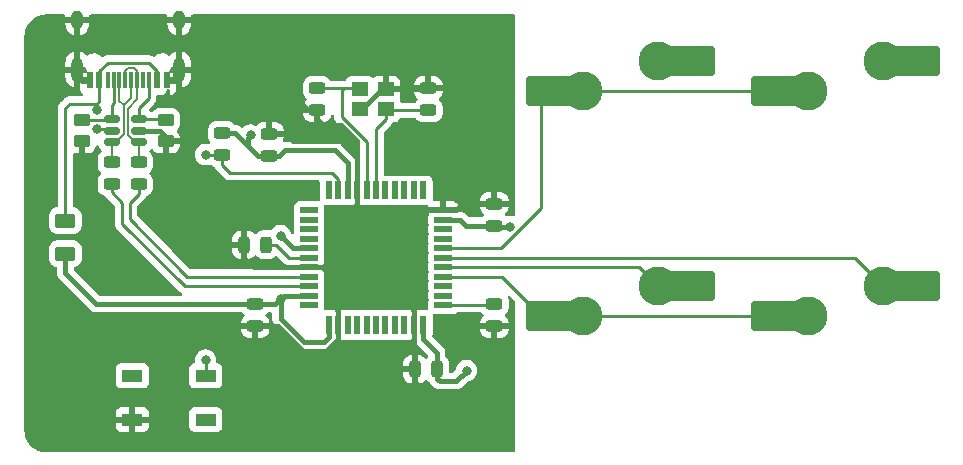
<source format=gbl>
G04 #@! TF.GenerationSoftware,KiCad,Pcbnew,(6.0.8-1)-1*
G04 #@! TF.CreationDate,2022-10-31T00:23:31-07:00*
G04 #@! TF.ProjectId,hayabusa04,68617961-6275-4736-9130-342e6b696361,rev?*
G04 #@! TF.SameCoordinates,Original*
G04 #@! TF.FileFunction,Copper,L2,Bot*
G04 #@! TF.FilePolarity,Positive*
%FSLAX46Y46*%
G04 Gerber Fmt 4.6, Leading zero omitted, Abs format (unit mm)*
G04 Created by KiCad (PCBNEW (6.0.8-1)-1) date 2022-10-31 00:23:31*
%MOMM*%
%LPD*%
G01*
G04 APERTURE LIST*
G04 Aperture macros list*
%AMRoundRect*
0 Rectangle with rounded corners*
0 $1 Rounding radius*
0 $2 $3 $4 $5 $6 $7 $8 $9 X,Y pos of 4 corners*
0 Add a 4 corners polygon primitive as box body*
4,1,4,$2,$3,$4,$5,$6,$7,$8,$9,$2,$3,0*
0 Add four circle primitives for the rounded corners*
1,1,$1+$1,$2,$3*
1,1,$1+$1,$4,$5*
1,1,$1+$1,$6,$7*
1,1,$1+$1,$8,$9*
0 Add four rect primitives between the rounded corners*
20,1,$1+$1,$2,$3,$4,$5,0*
20,1,$1+$1,$4,$5,$6,$7,0*
20,1,$1+$1,$6,$7,$8,$9,0*
20,1,$1+$1,$8,$9,$2,$3,0*%
G04 Aperture macros list end*
G04 #@! TA.AperFunction,SMDPad,CuDef*
%ADD10RoundRect,0.243750X0.456250X-0.243750X0.456250X0.243750X-0.456250X0.243750X-0.456250X-0.243750X0*%
G04 #@! TD*
G04 #@! TA.AperFunction,SMDPad,CuDef*
%ADD11RoundRect,0.243750X-0.456250X0.243750X-0.456250X-0.243750X0.456250X-0.243750X0.456250X0.243750X0*%
G04 #@! TD*
G04 #@! TA.AperFunction,SMDPad,CuDef*
%ADD12RoundRect,0.243750X0.243750X0.456250X-0.243750X0.456250X-0.243750X-0.456250X0.243750X-0.456250X0*%
G04 #@! TD*
G04 #@! TA.AperFunction,SMDPad,CuDef*
%ADD13R,1.800000X1.100000*%
G04 #@! TD*
G04 #@! TA.AperFunction,SMDPad,CuDef*
%ADD14R,1.500000X0.550000*%
G04 #@! TD*
G04 #@! TA.AperFunction,SMDPad,CuDef*
%ADD15R,0.550000X1.500000*%
G04 #@! TD*
G04 #@! TA.AperFunction,SMDPad,CuDef*
%ADD16R,1.400000X1.200000*%
G04 #@! TD*
G04 #@! TA.AperFunction,SMDPad,CuDef*
%ADD17R,1.650000X2.500000*%
G04 #@! TD*
G04 #@! TA.AperFunction,ComponentPad*
%ADD18C,3.300000*%
G04 #@! TD*
G04 #@! TA.AperFunction,SMDPad,CuDef*
%ADD19RoundRect,0.250000X1.025000X1.000000X-1.025000X1.000000X-1.025000X-1.000000X1.025000X-1.000000X0*%
G04 #@! TD*
G04 #@! TA.AperFunction,SMDPad,CuDef*
%ADD20RoundRect,0.250000X-0.450000X0.262500X-0.450000X-0.262500X0.450000X-0.262500X0.450000X0.262500X0*%
G04 #@! TD*
G04 #@! TA.AperFunction,SMDPad,CuDef*
%ADD21R,0.600000X1.450000*%
G04 #@! TD*
G04 #@! TA.AperFunction,SMDPad,CuDef*
%ADD22R,0.300000X1.450000*%
G04 #@! TD*
G04 #@! TA.AperFunction,ComponentPad*
%ADD23O,1.000000X2.100000*%
G04 #@! TD*
G04 #@! TA.AperFunction,ComponentPad*
%ADD24O,1.000000X1.600000*%
G04 #@! TD*
G04 #@! TA.AperFunction,SMDPad,CuDef*
%ADD25RoundRect,0.250000X0.450000X-0.262500X0.450000X0.262500X-0.450000X0.262500X-0.450000X-0.262500X0*%
G04 #@! TD*
G04 #@! TA.AperFunction,SMDPad,CuDef*
%ADD26RoundRect,0.150000X0.512500X0.150000X-0.512500X0.150000X-0.512500X-0.150000X0.512500X-0.150000X0*%
G04 #@! TD*
G04 #@! TA.AperFunction,SMDPad,CuDef*
%ADD27RoundRect,0.250000X-0.625000X0.375000X-0.625000X-0.375000X0.625000X-0.375000X0.625000X0.375000X0*%
G04 #@! TD*
G04 #@! TA.AperFunction,ViaPad*
%ADD28C,0.800000*%
G04 #@! TD*
G04 #@! TA.AperFunction,Conductor*
%ADD29C,0.381000*%
G04 #@! TD*
G04 #@! TA.AperFunction,Conductor*
%ADD30C,0.254000*%
G04 #@! TD*
G04 #@! TA.AperFunction,Conductor*
%ADD31C,0.200000*%
G04 #@! TD*
G04 #@! TA.AperFunction,Conductor*
%ADD32C,0.149200*%
G04 #@! TD*
G04 APERTURE END LIST*
D10*
X152209500Y-73962500D03*
X152209500Y-72087500D03*
X146621500Y-64183500D03*
X146621500Y-62308500D03*
D11*
X137223500Y-62308500D03*
X137223500Y-64183500D03*
D10*
X133159500Y-68042000D03*
X133159500Y-66167000D03*
D12*
X147368500Y-86106000D03*
X145493500Y-86106000D03*
X132890500Y-75565000D03*
X131015500Y-75565000D03*
D11*
X131953000Y-80596500D03*
X131953000Y-82471500D03*
D10*
X119819067Y-70455000D03*
X119819067Y-68580000D03*
D11*
X122105067Y-68580000D03*
X122105067Y-70455000D03*
X129159000Y-66118500D03*
X129159000Y-67993500D03*
D10*
X152209500Y-82471500D03*
X152209500Y-80596500D03*
D13*
X121562000Y-90369000D03*
X127762000Y-86669000D03*
X121562000Y-86669000D03*
X127762000Y-90369000D03*
D14*
X136491500Y-80670000D03*
X136491500Y-79870000D03*
X136491500Y-79070000D03*
X136491500Y-78270000D03*
X136491500Y-77470000D03*
X136491500Y-76670000D03*
X136491500Y-75870000D03*
X136491500Y-75070000D03*
X136491500Y-74270000D03*
X136491500Y-73470000D03*
X136491500Y-72670000D03*
D15*
X138191500Y-70970000D03*
X138991500Y-70970000D03*
X139791500Y-70970000D03*
X140591500Y-70970000D03*
X141391500Y-70970000D03*
X142191500Y-70970000D03*
X142991500Y-70970000D03*
X143791500Y-70970000D03*
X144591500Y-70970000D03*
X145391500Y-70970000D03*
X146191500Y-70970000D03*
D14*
X147891500Y-72670000D03*
X147891500Y-73470000D03*
X147891500Y-74270000D03*
X147891500Y-75070000D03*
X147891500Y-75870000D03*
X147891500Y-76670000D03*
X147891500Y-77470000D03*
X147891500Y-78270000D03*
X147891500Y-79070000D03*
X147891500Y-79870000D03*
X147891500Y-80670000D03*
D15*
X146191500Y-82370000D03*
X145391500Y-82370000D03*
X144591500Y-82370000D03*
X143791500Y-82370000D03*
X142991500Y-82370000D03*
X142191500Y-82370000D03*
X141391500Y-82370000D03*
X140591500Y-82370000D03*
X139791500Y-82370000D03*
X138991500Y-82370000D03*
X138191500Y-82370000D03*
D16*
X143022500Y-64096000D03*
X140822500Y-64096000D03*
X140822500Y-62396000D03*
X143022500Y-62396000D03*
D17*
X176927500Y-62547500D03*
D18*
X178752500Y-62547500D03*
D19*
X175202500Y-62547500D03*
X188652500Y-60007500D03*
D18*
X185102500Y-60007500D03*
D17*
X186902500Y-60007500D03*
D18*
X178752500Y-81597500D03*
D17*
X176927500Y-81597500D03*
D19*
X175202500Y-81597500D03*
D17*
X186902500Y-79057500D03*
D19*
X188652500Y-79057500D03*
D18*
X185102500Y-79057500D03*
D20*
X124391067Y-65000500D03*
X124391067Y-66825500D03*
D21*
X117966067Y-61651000D03*
X118766067Y-61651000D03*
D22*
X119966067Y-61651000D03*
X120966067Y-61651000D03*
X121466067Y-61651000D03*
X122466067Y-61651000D03*
D21*
X123666067Y-61651000D03*
X124466067Y-61651000D03*
X124466067Y-61651000D03*
X123666067Y-61651000D03*
D22*
X122966067Y-61651000D03*
X121966067Y-61651000D03*
X120466067Y-61651000D03*
X119466067Y-61651000D03*
D21*
X118766067Y-61651000D03*
X117966067Y-61651000D03*
D23*
X125536067Y-60736000D03*
X116896067Y-60736000D03*
D24*
X125536067Y-56556000D03*
X116896067Y-56556000D03*
D19*
X156152500Y-62547500D03*
D17*
X157877500Y-62547500D03*
D18*
X159702500Y-62547500D03*
D17*
X167852500Y-60007500D03*
D19*
X169602500Y-60007500D03*
D18*
X166052500Y-60007500D03*
D25*
X117279067Y-66825500D03*
X117279067Y-65000500D03*
D26*
X122124967Y-64963000D03*
X122124967Y-65913000D03*
X122124967Y-66863000D03*
X119849967Y-66863000D03*
X119849967Y-65913000D03*
X119849967Y-64963000D03*
D17*
X157877500Y-81597500D03*
D19*
X156152500Y-81597500D03*
D18*
X159702500Y-81597500D03*
D19*
X169602500Y-79057500D03*
D17*
X167852500Y-79057500D03*
D18*
X166052500Y-79057500D03*
D27*
X115882067Y-73530000D03*
X115882067Y-76330000D03*
D28*
X134112000Y-80137000D03*
X131572000Y-66294000D03*
X153543000Y-74041000D03*
X134112000Y-74803000D03*
X149860000Y-86233000D03*
X127762000Y-67945000D03*
X127762000Y-85344000D03*
X118549067Y-64135000D03*
X118549067Y-65786000D03*
D29*
X131826000Y-77470000D02*
X136491500Y-77470000D01*
X140589000Y-72103500D02*
X140589000Y-72898000D01*
X146278000Y-72670000D02*
X147891500Y-72670000D01*
X136398000Y-60071000D02*
X141986000Y-60071000D01*
X123883067Y-65903500D02*
X124391067Y-66411500D01*
X136491500Y-77470000D02*
X137622500Y-77470000D01*
X137223500Y-64183500D02*
X136423500Y-64183500D01*
X137223500Y-64960500D02*
X137668000Y-65405000D01*
X145391500Y-82370000D02*
X145391500Y-84558500D01*
X140591500Y-66804500D02*
X140591500Y-69593500D01*
X135128000Y-66802000D02*
X139446000Y-66802000D01*
X141986000Y-60071000D02*
X143022500Y-61107500D01*
X116896067Y-60788000D02*
X116896067Y-61339000D01*
X144173000Y-78839000D02*
X144399000Y-78613000D01*
X144399000Y-74549000D02*
X144399000Y-78613000D01*
X139192000Y-65405000D02*
X140591500Y-66804500D01*
X140591500Y-70970000D02*
X140591500Y-72101000D01*
X149527500Y-72087500D02*
X152209500Y-72087500D01*
X125536067Y-60788000D02*
X125536067Y-61339000D01*
X140591500Y-69839000D02*
X140591500Y-70970000D01*
X143022500Y-61107500D02*
X143022500Y-62396000D01*
X142240000Y-74549000D02*
X144399000Y-74549000D01*
X138991500Y-78839000D02*
X144173000Y-78839000D01*
X136017000Y-84582000D02*
X137922000Y-84582000D01*
X116896067Y-61339000D02*
X117279067Y-61722000D01*
X150114000Y-88900000D02*
X152209500Y-86804500D01*
X145391500Y-79605500D02*
X145391500Y-82370000D01*
X147193000Y-88900000D02*
X150114000Y-88900000D01*
X131015500Y-75565000D02*
X131015500Y-76659500D01*
X137223500Y-64183500D02*
X137223500Y-64960500D01*
X145493500Y-84660500D02*
X145493500Y-86106000D01*
X140589000Y-72898000D02*
X142240000Y-74549000D01*
X122134467Y-65903500D02*
X123883067Y-65903500D01*
X140822500Y-64096000D02*
X141019598Y-64096000D01*
X124391067Y-66411500D02*
X124391067Y-66825500D01*
X145493500Y-86106000D02*
X145493500Y-87200500D01*
X144399000Y-78613000D02*
X145391500Y-79605500D01*
X131953000Y-82471500D02*
X133906500Y-82471500D01*
X148945000Y-72670000D02*
X149527500Y-72087500D01*
X125153067Y-61722000D02*
X124485067Y-61722000D01*
X138991500Y-83512500D02*
X138991500Y-82370000D01*
X131015500Y-76659500D02*
X131826000Y-77470000D01*
X145493500Y-87200500D02*
X147193000Y-88900000D01*
X121438500Y-82471500D02*
X131953000Y-82471500D01*
X134493000Y-66167000D02*
X135128000Y-66802000D01*
X140591500Y-72101000D02*
X140589000Y-72103500D01*
X137622500Y-77470000D02*
X138991500Y-78839000D01*
X124485067Y-61722000D02*
X124466067Y-61703000D01*
X120035000Y-90369000D02*
X121562000Y-90369000D01*
X145391500Y-84558500D02*
X145493500Y-84660500D01*
X135382000Y-63142000D02*
X135382000Y-61087000D01*
X117279067Y-61722000D02*
X117947067Y-61722000D01*
X125536067Y-56608000D02*
X125536067Y-60788000D01*
X116896067Y-60788000D02*
X116896067Y-56608000D01*
X140591500Y-69593500D02*
X140591500Y-69839000D01*
X139446000Y-66802000D02*
X140591500Y-67947500D01*
X137922000Y-84582000D02*
X138991500Y-83512500D01*
X135382000Y-61087000D02*
X136398000Y-60071000D01*
X136423500Y-64183500D02*
X135382000Y-63142000D01*
X133159500Y-66167000D02*
X134493000Y-66167000D01*
X121438500Y-82471500D02*
X118947000Y-84963000D01*
X146534000Y-62396000D02*
X146621500Y-62308500D01*
X140591500Y-67947500D02*
X140591500Y-69593500D01*
X118947000Y-89281000D02*
X120035000Y-90369000D01*
X141019598Y-64096000D02*
X142719598Y-62396000D01*
X122124967Y-65913000D02*
X122134467Y-65903500D01*
X143022500Y-62396000D02*
X146534000Y-62396000D01*
X133906500Y-82471500D02*
X136017000Y-84582000D01*
X118947000Y-84963000D02*
X118947000Y-89281000D01*
X142719598Y-62396000D02*
X143022500Y-62396000D01*
X117947067Y-61722000D02*
X117966067Y-61703000D01*
X152209500Y-86804500D02*
X152209500Y-82471500D01*
X144399000Y-74549000D02*
X146278000Y-72670000D01*
X147891500Y-72670000D02*
X148945000Y-72670000D01*
X125536067Y-61339000D02*
X125153067Y-61722000D01*
X137668000Y-65405000D02*
X139192000Y-65405000D01*
X138991500Y-78839000D02*
X138991500Y-82370000D01*
X134379000Y-79870000D02*
X134112000Y-80137000D01*
X137795000Y-83820000D02*
X136076672Y-83820000D01*
X133159500Y-68042000D02*
X134015000Y-68042000D01*
X147368500Y-86916500D02*
X147574000Y-87122000D01*
X133652500Y-80596500D02*
X134112000Y-80137000D01*
X147574000Y-87122000D02*
X148971000Y-87122000D01*
X147891500Y-73470000D02*
X149289000Y-73470000D01*
X153543000Y-74041000D02*
X152288000Y-74041000D01*
X148971000Y-87122000D02*
X149860000Y-86233000D01*
X129159000Y-66118500D02*
X130253500Y-66118500D01*
X149289000Y-73470000D02*
X149781500Y-73962500D01*
X136076672Y-83820000D02*
X134112000Y-81855328D01*
X149781500Y-73962500D02*
X152209500Y-73962500D01*
X139791500Y-68671500D02*
X139791500Y-70970000D01*
X131953000Y-80596500D02*
X133652500Y-80596500D01*
X134015000Y-68042000D02*
X134493000Y-67564000D01*
X134493000Y-67564000D02*
X138684000Y-67564000D01*
X147368500Y-86106000D02*
X147368500Y-86916500D01*
X115882067Y-77978000D02*
X115882067Y-76330000D01*
X152288000Y-74041000D02*
X152209500Y-73962500D01*
X132177000Y-68042000D02*
X133159500Y-68042000D01*
X146191500Y-82370000D02*
X146191500Y-83580500D01*
X136491500Y-75870000D02*
X135179000Y-75870000D01*
X136491500Y-79870000D02*
X134379000Y-79870000D01*
X138684000Y-67564000D02*
X139791500Y-68671500D01*
X131318000Y-67183000D02*
X132177000Y-68042000D01*
X118500567Y-80596500D02*
X115882067Y-77978000D01*
X147368500Y-84757500D02*
X147368500Y-86106000D01*
X138191500Y-82370000D02*
X138191500Y-83423500D01*
X118500567Y-80596500D02*
X131953000Y-80596500D01*
X131318000Y-66548000D02*
X131572000Y-66294000D01*
X131318000Y-67183000D02*
X131318000Y-66548000D01*
X135179000Y-75870000D02*
X134112000Y-74803000D01*
X146191500Y-83580500D02*
X147368500Y-84757500D01*
X130253500Y-66118500D02*
X131318000Y-67183000D01*
X138191500Y-83423500D02*
X137795000Y-83820000D01*
X134112000Y-81855328D02*
X134112000Y-80137000D01*
D30*
X143022500Y-64096000D02*
X143022500Y-64950000D01*
X143022500Y-64950000D02*
X142191500Y-65781000D01*
X143110000Y-64183500D02*
X143022500Y-64096000D01*
X142191500Y-65781000D02*
X142191500Y-70970000D01*
X146621500Y-64183500D02*
X143110000Y-64183500D01*
X139288868Y-62514132D02*
X139494500Y-62308500D01*
X141391500Y-66872632D02*
X139288868Y-64770000D01*
X139288868Y-64770000D02*
X139288868Y-62514132D01*
X137223500Y-62308500D02*
X139494500Y-62308500D01*
X140735000Y-62308500D02*
X140822500Y-62396000D01*
X139494500Y-62308500D02*
X140735000Y-62308500D01*
X141391500Y-70970000D02*
X141391500Y-66872632D01*
X134836000Y-76670000D02*
X136491500Y-76670000D01*
X132890500Y-75565000D02*
X133731000Y-75565000D01*
X133731000Y-75565000D02*
X134836000Y-76670000D01*
X147891500Y-75870000D02*
X152742134Y-75870000D01*
X156152500Y-62547500D02*
X175202500Y-62547500D01*
X156152500Y-72459634D02*
X156152500Y-62547500D01*
X152742134Y-75870000D02*
X156152500Y-72459634D01*
X152825000Y-78270000D02*
X156152500Y-81597500D01*
X156152500Y-81597500D02*
X175202500Y-81597500D01*
X147891500Y-78270000D02*
X152825000Y-78270000D01*
X147891500Y-77470000D02*
X164465000Y-77470000D01*
X164465000Y-77470000D02*
X166052500Y-79057500D01*
X182715000Y-76670000D02*
X185102500Y-79057500D01*
X147891500Y-76670000D02*
X182715000Y-76670000D01*
D31*
X119849967Y-66863000D02*
X119849967Y-68549100D01*
D32*
X120162942Y-66863000D02*
X119849967Y-66863000D01*
X120466067Y-63423000D02*
X120466067Y-61703000D01*
X120466067Y-63423000D02*
X120816067Y-63773000D01*
X120816067Y-63773000D02*
X121466067Y-63123000D01*
X121466067Y-63123000D02*
X121466067Y-61703000D01*
X119849967Y-68549100D02*
X119819067Y-68580000D01*
X120816067Y-66209875D02*
X120162942Y-66863000D01*
X120816067Y-63773000D02*
X120816067Y-66209875D01*
D30*
X120708067Y-73794067D02*
X120708067Y-72009000D01*
X125984000Y-79070000D02*
X136491500Y-79070000D01*
X120708067Y-72009000D02*
X119819067Y-71120000D01*
X119819067Y-71120000D02*
X119819067Y-70455000D01*
X120708067Y-73794067D02*
X125984000Y-79070000D01*
X121343067Y-73406000D02*
X126207067Y-78270000D01*
X121343067Y-72009000D02*
X122105067Y-71247000D01*
X126207067Y-78270000D02*
X136491500Y-78270000D01*
X122105067Y-71247000D02*
X122105067Y-70455000D01*
X121343067Y-73406000D02*
X121343067Y-72009000D01*
D32*
X122124967Y-68560100D02*
X122105067Y-68580000D01*
X120966067Y-60829000D02*
X121216067Y-60579000D01*
X121966067Y-61703000D02*
X121966067Y-60821000D01*
X121216067Y-60579000D02*
X121724067Y-60579000D01*
X120966067Y-61703000D02*
X120966067Y-60829000D01*
X121187867Y-66238875D02*
X121811992Y-66863000D01*
X121966067Y-63258000D02*
X121966067Y-61703000D01*
X121811992Y-66863000D02*
X122124967Y-66863000D01*
D31*
X122124967Y-66863000D02*
X122124967Y-68560100D01*
D32*
X121187867Y-64036200D02*
X121187867Y-66238875D01*
X121966067Y-63258000D02*
X121187867Y-64036200D01*
X121966067Y-60821000D02*
X121724067Y-60579000D01*
D30*
X127762000Y-86669000D02*
X127762000Y-85344000D01*
X127810500Y-67993500D02*
X127762000Y-67945000D01*
X129794000Y-69469000D02*
X138494500Y-69469000D01*
X138494500Y-69469000D02*
X138991500Y-69966000D01*
X129159000Y-67993500D02*
X127810500Y-67993500D01*
X129159000Y-67993500D02*
X129159000Y-68834000D01*
X138991500Y-69966000D02*
X138991500Y-70970000D01*
X129159000Y-68834000D02*
X129794000Y-69469000D01*
X152136000Y-80670000D02*
X152209500Y-80596500D01*
X147891500Y-80670000D02*
X152136000Y-80670000D01*
X119462667Y-60177400D02*
X122969467Y-60177400D01*
X118549067Y-65786000D02*
X119722967Y-65786000D01*
X118766067Y-61703000D02*
X118766067Y-60874000D01*
X115882067Y-64008000D02*
X115882067Y-73530000D01*
X118766067Y-60874000D02*
X119462667Y-60177400D01*
X119722967Y-65786000D02*
X119849967Y-65913000D01*
X118549067Y-63627000D02*
X116263067Y-63627000D01*
X122969467Y-60177400D02*
X123666067Y-60874000D01*
X118766067Y-63410000D02*
X118549067Y-63627000D01*
X116263067Y-63627000D02*
X115882067Y-64008000D01*
X123666067Y-60874000D02*
X123666067Y-61703000D01*
X118766067Y-61703000D02*
X118766067Y-63410000D01*
X118549067Y-63627000D02*
X118549067Y-64135000D01*
X117279067Y-65000500D02*
X119812467Y-65000500D01*
X119819067Y-63754000D02*
X119819067Y-64932100D01*
X119966067Y-63607000D02*
X119966067Y-61703000D01*
X119966067Y-63607000D02*
X119819067Y-63754000D01*
X119812467Y-65000500D02*
X119849967Y-64963000D01*
X119819067Y-64932100D02*
X119849967Y-64963000D01*
X124353567Y-64963000D02*
X124391067Y-65000500D01*
X122124967Y-64963000D02*
X124353567Y-64963000D01*
X122966067Y-63147000D02*
X122124967Y-63988100D01*
X122124967Y-63988100D02*
X122124967Y-64963000D01*
X122966067Y-63147000D02*
X122966067Y-61703000D01*
G04 #@! TA.AperFunction,Conductor*
G36*
X115830314Y-56091002D02*
G01*
X115876807Y-56144658D01*
X115887102Y-56199261D01*
X115888067Y-56199261D01*
X115888067Y-56283885D01*
X115892542Y-56299124D01*
X115893932Y-56300329D01*
X115901615Y-56302000D01*
X117885952Y-56302000D01*
X117901191Y-56297525D01*
X117902396Y-56296135D01*
X117904067Y-56288452D01*
X117904067Y-56209351D01*
X117903764Y-56203157D01*
X117920414Y-56134140D01*
X117971734Y-56085081D01*
X118029614Y-56071000D01*
X124402193Y-56071000D01*
X124470314Y-56091002D01*
X124516807Y-56144658D01*
X124527102Y-56199261D01*
X124528067Y-56199261D01*
X124528067Y-56283885D01*
X124532542Y-56299124D01*
X124533932Y-56300329D01*
X124541615Y-56302000D01*
X126525952Y-56302000D01*
X126541191Y-56297525D01*
X126542396Y-56296135D01*
X126544067Y-56288452D01*
X126544067Y-56209351D01*
X126543764Y-56203157D01*
X126560414Y-56134140D01*
X126611734Y-56085081D01*
X126669614Y-56071000D01*
X153861500Y-56071000D01*
X153929621Y-56091002D01*
X153976114Y-56144658D01*
X153987500Y-56197000D01*
X153987500Y-73052213D01*
X153967498Y-73120334D01*
X153913842Y-73166827D01*
X153843568Y-73176931D01*
X153827514Y-73173197D01*
X153825288Y-73172206D01*
X153799982Y-73166827D01*
X153644944Y-73133872D01*
X153644939Y-73133872D01*
X153638487Y-73132500D01*
X153447513Y-73132500D01*
X153441061Y-73133872D01*
X153441056Y-73133872D01*
X153263539Y-73171605D01*
X153192748Y-73166203D01*
X153148324Y-73137531D01*
X153140335Y-73129556D01*
X153135153Y-73124383D01*
X153131913Y-73122386D01*
X153091686Y-73065648D01*
X153088453Y-72994725D01*
X153124078Y-72933313D01*
X153132578Y-72925934D01*
X153141052Y-72919218D01*
X153254551Y-72805521D01*
X153263563Y-72794110D01*
X153347865Y-72657346D01*
X153354009Y-72644168D01*
X153404727Y-72491260D01*
X153407593Y-72477894D01*
X153417172Y-72384399D01*
X153417500Y-72377984D01*
X153417500Y-72359615D01*
X153413025Y-72344376D01*
X153411635Y-72343171D01*
X153403952Y-72341500D01*
X151019616Y-72341500D01*
X151004377Y-72345975D01*
X151003172Y-72347365D01*
X151001501Y-72355048D01*
X151001501Y-72377933D01*
X151001838Y-72384452D01*
X151011666Y-72479170D01*
X151014558Y-72492564D01*
X151065536Y-72645365D01*
X151071710Y-72658543D01*
X151156244Y-72795149D01*
X151165280Y-72806550D01*
X151278979Y-72920051D01*
X151286251Y-72925794D01*
X151327314Y-72983711D01*
X151330546Y-73054634D01*
X151294921Y-73116046D01*
X151288246Y-73121840D01*
X151282811Y-73125203D01*
X151277639Y-73130384D01*
X151181672Y-73226518D01*
X151119389Y-73260597D01*
X151092499Y-73263500D01*
X150123227Y-73263500D01*
X150055106Y-73243498D01*
X150034132Y-73226596D01*
X149803489Y-72995954D01*
X149797635Y-72989687D01*
X149792422Y-72983711D01*
X149760158Y-72946726D01*
X149708622Y-72910506D01*
X149703326Y-72906573D01*
X149659737Y-72872394D01*
X149659734Y-72872392D01*
X149653760Y-72867708D01*
X149646836Y-72864582D01*
X149643801Y-72862744D01*
X149631102Y-72855500D01*
X149627954Y-72853812D01*
X149621739Y-72849444D01*
X149563050Y-72826562D01*
X149557005Y-72824022D01*
X149499565Y-72798087D01*
X149492092Y-72796702D01*
X149488674Y-72795631D01*
X149474685Y-72791646D01*
X149471193Y-72790749D01*
X149464111Y-72787988D01*
X149456578Y-72786996D01*
X149456577Y-72786996D01*
X149401670Y-72779767D01*
X149395157Y-72778735D01*
X149340682Y-72768639D01*
X149340680Y-72768639D01*
X149333213Y-72767255D01*
X149325633Y-72767692D01*
X149325632Y-72767692D01*
X149271888Y-72770791D01*
X149264635Y-72771000D01*
X148965693Y-72771000D01*
X148903925Y-72752864D01*
X148903260Y-72754079D01*
X148897703Y-72751036D01*
X148897572Y-72750998D01*
X148897347Y-72750841D01*
X148895389Y-72749769D01*
X148888205Y-72744385D01*
X148751816Y-72693255D01*
X148689634Y-72686500D01*
X147093366Y-72686500D01*
X147031184Y-72693255D01*
X146894795Y-72744385D01*
X146778239Y-72831739D01*
X146772858Y-72838919D01*
X146772857Y-72838920D01*
X146746892Y-72873565D01*
X146690033Y-72916080D01*
X146660426Y-72921413D01*
X146636377Y-72928475D01*
X146635172Y-72929865D01*
X146633501Y-72937548D01*
X146633501Y-72989669D01*
X146633871Y-72996490D01*
X146640248Y-73055207D01*
X146637502Y-73055505D01*
X146637560Y-73084446D01*
X146639755Y-73084684D01*
X146633000Y-73146866D01*
X146633000Y-73793134D01*
X146633369Y-73796531D01*
X146639755Y-73855316D01*
X146637326Y-73855580D01*
X146637326Y-73884420D01*
X146639755Y-73884684D01*
X146633000Y-73946866D01*
X146633000Y-74593134D01*
X146633369Y-74596531D01*
X146639755Y-74655316D01*
X146637326Y-74655580D01*
X146637326Y-74684420D01*
X146639755Y-74684684D01*
X146633000Y-74746866D01*
X146633000Y-75393134D01*
X146633369Y-75396531D01*
X146639755Y-75455316D01*
X146637326Y-75455580D01*
X146637326Y-75484420D01*
X146639755Y-75484684D01*
X146633000Y-75546866D01*
X146633000Y-76193134D01*
X146633369Y-76196531D01*
X146639755Y-76255316D01*
X146637326Y-76255580D01*
X146637326Y-76284420D01*
X146639755Y-76284684D01*
X146633000Y-76346866D01*
X146633000Y-76993134D01*
X146633369Y-76996531D01*
X146639755Y-77055316D01*
X146637326Y-77055580D01*
X146637326Y-77084420D01*
X146639755Y-77084684D01*
X146633000Y-77146866D01*
X146633000Y-77793134D01*
X146633369Y-77796531D01*
X146639755Y-77855316D01*
X146637326Y-77855580D01*
X146637326Y-77884420D01*
X146639755Y-77884684D01*
X146633000Y-77946866D01*
X146633000Y-78593134D01*
X146633369Y-78596531D01*
X146639755Y-78655316D01*
X146637326Y-78655580D01*
X146637326Y-78684420D01*
X146639755Y-78684684D01*
X146633000Y-78746866D01*
X146633000Y-79393134D01*
X146633369Y-79396531D01*
X146639755Y-79455316D01*
X146637326Y-79455580D01*
X146637326Y-79484420D01*
X146639755Y-79484684D01*
X146633000Y-79546866D01*
X146633000Y-80193134D01*
X146633369Y-80196531D01*
X146639755Y-80255316D01*
X146637326Y-80255580D01*
X146637326Y-80284420D01*
X146639755Y-80284684D01*
X146633000Y-80346866D01*
X146633000Y-80985500D01*
X146612998Y-81053621D01*
X146559342Y-81100114D01*
X146507000Y-81111500D01*
X145868366Y-81111500D01*
X145864969Y-81111869D01*
X145828544Y-81115826D01*
X145806184Y-81118255D01*
X145805952Y-81116116D01*
X145776988Y-81116166D01*
X145776707Y-81118748D01*
X145717986Y-81112369D01*
X145711172Y-81112000D01*
X145663615Y-81112000D01*
X145648376Y-81116475D01*
X145647171Y-81117865D01*
X145642621Y-81138783D01*
X145641403Y-81138518D01*
X145625498Y-81192687D01*
X145595065Y-81225392D01*
X145553239Y-81256739D01*
X145518252Y-81303422D01*
X145492326Y-81338015D01*
X145435467Y-81380530D01*
X145364648Y-81385556D01*
X145302355Y-81351496D01*
X145290674Y-81338015D01*
X145264748Y-81303422D01*
X145229761Y-81256739D01*
X145187935Y-81225392D01*
X145145420Y-81168533D01*
X145140087Y-81138926D01*
X145133025Y-81114877D01*
X145131635Y-81113672D01*
X145123952Y-81112001D01*
X145071831Y-81112001D01*
X145065010Y-81112371D01*
X145006293Y-81118748D01*
X145005995Y-81116002D01*
X144977054Y-81116060D01*
X144976816Y-81118255D01*
X144918031Y-81111869D01*
X144914634Y-81111500D01*
X144268366Y-81111500D01*
X144264969Y-81111869D01*
X144228544Y-81115826D01*
X144206184Y-81118255D01*
X144205920Y-81115826D01*
X144177080Y-81115826D01*
X144176816Y-81118255D01*
X144118031Y-81111869D01*
X144114634Y-81111500D01*
X143468366Y-81111500D01*
X143464969Y-81111869D01*
X143428544Y-81115826D01*
X143406184Y-81118255D01*
X143405920Y-81115826D01*
X143377080Y-81115826D01*
X143376816Y-81118255D01*
X143318031Y-81111869D01*
X143314634Y-81111500D01*
X142668366Y-81111500D01*
X142664969Y-81111869D01*
X142628544Y-81115826D01*
X142606184Y-81118255D01*
X142605920Y-81115826D01*
X142577080Y-81115826D01*
X142576816Y-81118255D01*
X142518031Y-81111869D01*
X142514634Y-81111500D01*
X141868366Y-81111500D01*
X141864969Y-81111869D01*
X141828544Y-81115826D01*
X141806184Y-81118255D01*
X141805920Y-81115826D01*
X141777080Y-81115826D01*
X141776816Y-81118255D01*
X141718031Y-81111869D01*
X141714634Y-81111500D01*
X141068366Y-81111500D01*
X141064969Y-81111869D01*
X141028544Y-81115826D01*
X141006184Y-81118255D01*
X141005920Y-81115826D01*
X140977080Y-81115826D01*
X140976816Y-81118255D01*
X140918031Y-81111869D01*
X140914634Y-81111500D01*
X140268366Y-81111500D01*
X140264969Y-81111869D01*
X140228544Y-81115826D01*
X140206184Y-81118255D01*
X140205920Y-81115826D01*
X140177080Y-81115826D01*
X140176816Y-81118255D01*
X140118031Y-81111869D01*
X140114634Y-81111500D01*
X139468366Y-81111500D01*
X139464969Y-81111869D01*
X139428544Y-81115826D01*
X139406184Y-81118255D01*
X139405952Y-81116116D01*
X139376988Y-81116166D01*
X139376707Y-81118748D01*
X139317986Y-81112369D01*
X139311172Y-81112000D01*
X139263615Y-81112000D01*
X139248376Y-81116475D01*
X139247171Y-81117865D01*
X139242621Y-81138783D01*
X139241403Y-81138518D01*
X139225498Y-81192687D01*
X139195065Y-81225392D01*
X139153239Y-81256739D01*
X139118252Y-81303422D01*
X139092326Y-81338015D01*
X139035467Y-81380530D01*
X138964648Y-81385556D01*
X138902355Y-81351496D01*
X138890674Y-81338015D01*
X138864748Y-81303422D01*
X138829761Y-81256739D01*
X138787935Y-81225392D01*
X138745420Y-81168533D01*
X138740087Y-81138926D01*
X138733025Y-81114877D01*
X138731635Y-81113672D01*
X138723952Y-81112001D01*
X138671831Y-81112001D01*
X138665010Y-81112371D01*
X138606293Y-81118748D01*
X138605995Y-81116002D01*
X138577054Y-81116060D01*
X138576816Y-81118255D01*
X138518031Y-81111869D01*
X138514634Y-81111500D01*
X137876000Y-81111500D01*
X137807879Y-81091498D01*
X137761386Y-81037842D01*
X137750000Y-80985500D01*
X137750000Y-80346866D01*
X137743245Y-80284684D01*
X137745674Y-80284420D01*
X137745674Y-80255580D01*
X137743245Y-80255316D01*
X137749631Y-80196531D01*
X137750000Y-80193134D01*
X137750000Y-79546866D01*
X137743245Y-79484684D01*
X137745674Y-79484420D01*
X137745674Y-79455580D01*
X137743245Y-79455316D01*
X137749631Y-79396531D01*
X137750000Y-79393134D01*
X137750000Y-78746866D01*
X137743245Y-78684684D01*
X137745674Y-78684420D01*
X137745674Y-78655580D01*
X137743245Y-78655316D01*
X137749631Y-78596531D01*
X137750000Y-78593134D01*
X137750000Y-77946866D01*
X137743245Y-77884684D01*
X137745384Y-77884452D01*
X137745334Y-77855488D01*
X137742752Y-77855207D01*
X137749131Y-77796486D01*
X137749500Y-77789672D01*
X137749500Y-77742115D01*
X137745025Y-77726876D01*
X137743635Y-77725671D01*
X137722717Y-77721121D01*
X137722982Y-77719903D01*
X137668813Y-77703998D01*
X137636108Y-77673565D01*
X137610143Y-77638920D01*
X137610142Y-77638919D01*
X137604761Y-77631739D01*
X137523485Y-77570826D01*
X137480970Y-77513967D01*
X137475944Y-77443148D01*
X137510004Y-77380855D01*
X137523485Y-77369174D01*
X137597581Y-77313642D01*
X137604761Y-77308261D01*
X137616208Y-77292988D01*
X137636108Y-77266435D01*
X137692967Y-77223920D01*
X137722574Y-77218587D01*
X137746623Y-77211525D01*
X137747828Y-77210135D01*
X137749499Y-77202452D01*
X137749499Y-77150331D01*
X137749129Y-77143510D01*
X137742752Y-77084793D01*
X137745498Y-77084495D01*
X137745440Y-77055554D01*
X137743245Y-77055316D01*
X137749631Y-76996531D01*
X137750000Y-76993134D01*
X137750000Y-76346866D01*
X137743245Y-76284684D01*
X137745674Y-76284420D01*
X137745674Y-76255580D01*
X137743245Y-76255316D01*
X137749631Y-76196531D01*
X137750000Y-76193134D01*
X137750000Y-75546866D01*
X137743245Y-75484684D01*
X137745674Y-75484420D01*
X137745674Y-75455580D01*
X137743245Y-75455316D01*
X137749631Y-75396531D01*
X137750000Y-75393134D01*
X137750000Y-74746866D01*
X137743245Y-74684684D01*
X137745674Y-74684420D01*
X137745674Y-74655580D01*
X137743245Y-74655316D01*
X137749631Y-74596531D01*
X137750000Y-74593134D01*
X137750000Y-73946866D01*
X137743245Y-73884684D01*
X137745674Y-73884420D01*
X137745674Y-73855580D01*
X137743245Y-73855316D01*
X137749631Y-73796531D01*
X137750000Y-73793134D01*
X137750000Y-73146866D01*
X137743245Y-73084684D01*
X137745674Y-73084420D01*
X137745674Y-73055580D01*
X137743245Y-73055316D01*
X137749631Y-72996531D01*
X137750000Y-72993134D01*
X137750000Y-72354500D01*
X137770002Y-72286379D01*
X137823658Y-72239886D01*
X137876000Y-72228500D01*
X138514634Y-72228500D01*
X138522634Y-72227631D01*
X138576816Y-72221745D01*
X138577080Y-72224174D01*
X138605920Y-72224174D01*
X138606184Y-72221745D01*
X138660367Y-72227631D01*
X138668366Y-72228500D01*
X139314634Y-72228500D01*
X139322634Y-72227631D01*
X139376816Y-72221745D01*
X139377080Y-72224174D01*
X139405920Y-72224174D01*
X139406184Y-72221745D01*
X139460367Y-72227631D01*
X139468366Y-72228500D01*
X140114634Y-72228500D01*
X140122634Y-72227631D01*
X140176816Y-72221745D01*
X140177048Y-72223884D01*
X140206012Y-72223834D01*
X140206293Y-72221252D01*
X140265014Y-72227631D01*
X140271828Y-72228000D01*
X140319385Y-72228000D01*
X140334624Y-72223525D01*
X140335829Y-72222135D01*
X140340379Y-72201217D01*
X140341597Y-72201482D01*
X140357502Y-72147313D01*
X140387935Y-72114608D01*
X140422580Y-72088643D01*
X140422581Y-72088642D01*
X140429761Y-72083261D01*
X140490674Y-72001985D01*
X140547533Y-71959470D01*
X140618352Y-71954444D01*
X140680645Y-71988504D01*
X140692325Y-72001984D01*
X140753239Y-72083261D01*
X140760419Y-72088642D01*
X140760420Y-72088643D01*
X140795065Y-72114608D01*
X140837580Y-72171467D01*
X140842913Y-72201074D01*
X140849975Y-72225123D01*
X140851365Y-72226328D01*
X140859048Y-72227999D01*
X140911169Y-72227999D01*
X140917990Y-72227629D01*
X140976707Y-72221252D01*
X140977005Y-72223998D01*
X141005946Y-72223940D01*
X141006184Y-72221745D01*
X141060367Y-72227631D01*
X141068366Y-72228500D01*
X141714634Y-72228500D01*
X141722634Y-72227631D01*
X141776816Y-72221745D01*
X141777080Y-72224174D01*
X141805920Y-72224174D01*
X141806184Y-72221745D01*
X141860367Y-72227631D01*
X141868366Y-72228500D01*
X142514634Y-72228500D01*
X142522634Y-72227631D01*
X142576816Y-72221745D01*
X142577080Y-72224174D01*
X142605920Y-72224174D01*
X142606184Y-72221745D01*
X142660367Y-72227631D01*
X142668366Y-72228500D01*
X143314634Y-72228500D01*
X143322634Y-72227631D01*
X143376816Y-72221745D01*
X143377080Y-72224174D01*
X143405920Y-72224174D01*
X143406184Y-72221745D01*
X143460367Y-72227631D01*
X143468366Y-72228500D01*
X144114634Y-72228500D01*
X144122634Y-72227631D01*
X144176816Y-72221745D01*
X144177080Y-72224174D01*
X144205920Y-72224174D01*
X144206184Y-72221745D01*
X144260367Y-72227631D01*
X144268366Y-72228500D01*
X144914634Y-72228500D01*
X144922634Y-72227631D01*
X144976816Y-72221745D01*
X144977080Y-72224174D01*
X145005920Y-72224174D01*
X145006184Y-72221745D01*
X145060367Y-72227631D01*
X145068366Y-72228500D01*
X145714634Y-72228500D01*
X145722634Y-72227631D01*
X145776816Y-72221745D01*
X145777080Y-72224174D01*
X145805920Y-72224174D01*
X145806184Y-72221745D01*
X145860367Y-72227631D01*
X145868366Y-72228500D01*
X146507500Y-72228500D01*
X146575621Y-72248502D01*
X146622114Y-72302158D01*
X146633500Y-72354500D01*
X146633500Y-72397885D01*
X146637975Y-72413124D01*
X146639365Y-72414329D01*
X146647048Y-72416000D01*
X147619385Y-72416000D01*
X147634624Y-72411525D01*
X147635829Y-72410135D01*
X147637500Y-72402452D01*
X147637500Y-72397885D01*
X148145500Y-72397885D01*
X148149975Y-72413124D01*
X148151365Y-72414329D01*
X148159048Y-72416000D01*
X149131384Y-72416000D01*
X149146623Y-72411525D01*
X149147828Y-72410135D01*
X149149499Y-72402452D01*
X149149499Y-72350331D01*
X149149129Y-72343510D01*
X149143605Y-72292648D01*
X149139979Y-72277396D01*
X149094824Y-72156946D01*
X149086286Y-72141351D01*
X149009785Y-72039276D01*
X148997224Y-72026715D01*
X148895149Y-71950214D01*
X148879554Y-71941676D01*
X148759106Y-71896522D01*
X148743851Y-71892895D01*
X148692986Y-71887369D01*
X148686172Y-71887000D01*
X148163615Y-71887000D01*
X148148376Y-71891475D01*
X148147171Y-71892865D01*
X148145500Y-71900548D01*
X148145500Y-72397885D01*
X147637500Y-72397885D01*
X147637500Y-71905116D01*
X147633025Y-71889877D01*
X147631635Y-71888672D01*
X147623952Y-71887001D01*
X147101000Y-71887001D01*
X147032879Y-71866999D01*
X146988155Y-71815385D01*
X151001500Y-71815385D01*
X151005975Y-71830624D01*
X151007365Y-71831829D01*
X151015048Y-71833500D01*
X151937385Y-71833500D01*
X151952624Y-71829025D01*
X151953829Y-71827635D01*
X151955500Y-71819952D01*
X151955500Y-71815385D01*
X152463500Y-71815385D01*
X152467975Y-71830624D01*
X152469365Y-71831829D01*
X152477048Y-71833500D01*
X153399384Y-71833500D01*
X153414623Y-71829025D01*
X153415828Y-71827635D01*
X153417499Y-71819952D01*
X153417499Y-71797067D01*
X153417162Y-71790548D01*
X153407334Y-71695830D01*
X153404442Y-71682436D01*
X153353464Y-71529635D01*
X153347290Y-71516457D01*
X153262756Y-71379851D01*
X153253720Y-71368450D01*
X153140021Y-71254949D01*
X153128610Y-71245937D01*
X152991846Y-71161635D01*
X152978668Y-71155491D01*
X152825760Y-71104773D01*
X152812394Y-71101907D01*
X152718899Y-71092328D01*
X152712484Y-71092000D01*
X152481615Y-71092000D01*
X152466376Y-71096475D01*
X152465171Y-71097865D01*
X152463500Y-71105548D01*
X152463500Y-71815385D01*
X151955500Y-71815385D01*
X151955500Y-71110116D01*
X151951025Y-71094877D01*
X151949635Y-71093672D01*
X151941952Y-71092001D01*
X151706567Y-71092001D01*
X151700048Y-71092338D01*
X151605330Y-71102166D01*
X151591936Y-71105058D01*
X151439135Y-71156036D01*
X151425957Y-71162210D01*
X151289351Y-71246744D01*
X151277950Y-71255780D01*
X151164449Y-71369479D01*
X151155437Y-71380890D01*
X151071135Y-71517654D01*
X151064991Y-71530832D01*
X151014273Y-71683740D01*
X151011407Y-71697106D01*
X151001828Y-71790601D01*
X151001500Y-71797016D01*
X151001500Y-71815385D01*
X146988155Y-71815385D01*
X146986386Y-71813343D01*
X146975000Y-71761001D01*
X146975000Y-70171866D01*
X146968245Y-70109684D01*
X146917115Y-69973295D01*
X146829761Y-69856739D01*
X146713205Y-69769385D01*
X146576816Y-69718255D01*
X146514634Y-69711500D01*
X145868366Y-69711500D01*
X145806184Y-69718255D01*
X145805920Y-69715826D01*
X145777080Y-69715826D01*
X145776816Y-69718255D01*
X145718031Y-69711869D01*
X145714634Y-69711500D01*
X145068366Y-69711500D01*
X145006184Y-69718255D01*
X145005920Y-69715826D01*
X144977080Y-69715826D01*
X144976816Y-69718255D01*
X144918031Y-69711869D01*
X144914634Y-69711500D01*
X144268366Y-69711500D01*
X144206184Y-69718255D01*
X144205920Y-69715826D01*
X144177080Y-69715826D01*
X144176816Y-69718255D01*
X144118031Y-69711869D01*
X144114634Y-69711500D01*
X143468366Y-69711500D01*
X143406184Y-69718255D01*
X143405920Y-69715826D01*
X143377080Y-69715826D01*
X143376816Y-69718255D01*
X143318031Y-69711869D01*
X143314634Y-69711500D01*
X142953000Y-69711500D01*
X142884879Y-69691498D01*
X142838386Y-69637842D01*
X142827000Y-69585500D01*
X142827000Y-66096422D01*
X142847002Y-66028301D01*
X142863905Y-66007327D01*
X143415977Y-65455255D01*
X143424303Y-65447678D01*
X143430803Y-65443553D01*
X143437438Y-65436488D01*
X143477600Y-65393719D01*
X143480355Y-65390877D01*
X143500138Y-65371094D01*
X143502629Y-65367883D01*
X143510338Y-65358856D01*
X143527090Y-65341017D01*
X143540717Y-65326506D01*
X143547922Y-65313400D01*
X143550522Y-65308671D01*
X143561376Y-65292147D01*
X143568991Y-65282330D01*
X143568992Y-65282329D01*
X143573849Y-65276067D01*
X143576996Y-65268794D01*
X143578437Y-65266358D01*
X143630331Y-65217907D01*
X143686889Y-65204500D01*
X143770634Y-65204500D01*
X143832816Y-65197745D01*
X143969205Y-65146615D01*
X144085761Y-65059261D01*
X144173115Y-64942705D01*
X144181087Y-64921440D01*
X144188836Y-64900770D01*
X144231478Y-64844005D01*
X144298040Y-64819306D01*
X144306818Y-64819000D01*
X145452805Y-64819000D01*
X145520926Y-64839002D01*
X145559948Y-64878695D01*
X145567850Y-64891464D01*
X145567854Y-64891469D01*
X145571703Y-64897689D01*
X145695847Y-65021617D01*
X145845171Y-65113661D01*
X145852119Y-65115966D01*
X145852120Y-65115966D01*
X146005134Y-65166719D01*
X146005136Y-65166719D01*
X146011665Y-65168885D01*
X146115269Y-65179500D01*
X146617596Y-65179500D01*
X147127730Y-65179499D01*
X147232629Y-65168616D01*
X147239160Y-65166437D01*
X147239165Y-65166436D01*
X147392078Y-65115420D01*
X147399026Y-65113102D01*
X147548189Y-65020797D01*
X147672117Y-64896653D01*
X147683187Y-64878695D01*
X147707653Y-64839002D01*
X147764161Y-64747329D01*
X147782889Y-64690866D01*
X147817219Y-64587366D01*
X147817219Y-64587364D01*
X147819385Y-64580835D01*
X147830000Y-64477231D01*
X147829999Y-63889770D01*
X147819116Y-63784871D01*
X147816937Y-63778340D01*
X147816936Y-63778335D01*
X147765920Y-63625422D01*
X147763602Y-63618474D01*
X147671297Y-63469311D01*
X147547153Y-63345383D01*
X147543913Y-63343386D01*
X147503686Y-63286648D01*
X147500453Y-63215725D01*
X147536078Y-63154313D01*
X147544578Y-63146934D01*
X147553052Y-63140218D01*
X147666551Y-63026521D01*
X147675563Y-63015110D01*
X147759865Y-62878346D01*
X147766009Y-62865168D01*
X147816727Y-62712260D01*
X147819593Y-62698894D01*
X147829172Y-62605399D01*
X147829500Y-62598984D01*
X147829500Y-62580615D01*
X147825025Y-62565376D01*
X147823635Y-62564171D01*
X147815952Y-62562500D01*
X145431616Y-62562500D01*
X145416377Y-62566975D01*
X145415172Y-62568365D01*
X145413501Y-62576048D01*
X145413501Y-62598933D01*
X145413838Y-62605452D01*
X145423666Y-62700170D01*
X145426558Y-62713564D01*
X145477536Y-62866365D01*
X145483710Y-62879543D01*
X145568244Y-63016149D01*
X145577280Y-63027550D01*
X145690979Y-63141051D01*
X145698251Y-63146794D01*
X145739314Y-63204711D01*
X145742546Y-63275634D01*
X145706921Y-63337046D01*
X145700246Y-63342840D01*
X145694811Y-63346203D01*
X145570883Y-63470347D01*
X145567043Y-63476577D01*
X145567042Y-63476578D01*
X145559930Y-63488116D01*
X145507158Y-63535609D01*
X145452670Y-63548000D01*
X144354931Y-63548000D01*
X144286810Y-63527998D01*
X144240317Y-63474342D01*
X144229668Y-63435607D01*
X144228156Y-63421686D01*
X144224245Y-63385684D01*
X144221473Y-63378288D01*
X144221471Y-63378282D01*
X144188194Y-63289517D01*
X144183011Y-63218710D01*
X144188194Y-63201059D01*
X144220978Y-63113609D01*
X144224605Y-63098351D01*
X144230131Y-63047486D01*
X144230500Y-63040672D01*
X144230500Y-62668115D01*
X144226025Y-62652876D01*
X144224635Y-62651671D01*
X144216952Y-62650000D01*
X142894500Y-62650000D01*
X142826379Y-62629998D01*
X142779886Y-62576342D01*
X142768500Y-62524000D01*
X142768500Y-62123885D01*
X143276500Y-62123885D01*
X143280975Y-62139124D01*
X143282365Y-62140329D01*
X143290048Y-62142000D01*
X144212384Y-62142000D01*
X144227623Y-62137525D01*
X144228828Y-62136135D01*
X144230499Y-62128452D01*
X144230499Y-62036385D01*
X145413500Y-62036385D01*
X145417975Y-62051624D01*
X145419365Y-62052829D01*
X145427048Y-62054500D01*
X146349385Y-62054500D01*
X146364624Y-62050025D01*
X146365829Y-62048635D01*
X146367500Y-62040952D01*
X146367500Y-62036385D01*
X146875500Y-62036385D01*
X146879975Y-62051624D01*
X146881365Y-62052829D01*
X146889048Y-62054500D01*
X147811384Y-62054500D01*
X147826623Y-62050025D01*
X147827828Y-62048635D01*
X147829499Y-62040952D01*
X147829499Y-62018067D01*
X147829162Y-62011548D01*
X147819334Y-61916830D01*
X147816442Y-61903436D01*
X147765464Y-61750635D01*
X147759290Y-61737457D01*
X147674756Y-61600851D01*
X147665720Y-61589450D01*
X147552021Y-61475949D01*
X147540610Y-61466937D01*
X147403846Y-61382635D01*
X147390668Y-61376491D01*
X147237760Y-61325773D01*
X147224394Y-61322907D01*
X147130899Y-61313328D01*
X147124484Y-61313000D01*
X146893615Y-61313000D01*
X146878376Y-61317475D01*
X146877171Y-61318865D01*
X146875500Y-61326548D01*
X146875500Y-62036385D01*
X146367500Y-62036385D01*
X146367500Y-61331116D01*
X146363025Y-61315877D01*
X146361635Y-61314672D01*
X146353952Y-61313001D01*
X146118567Y-61313001D01*
X146112048Y-61313338D01*
X146017330Y-61323166D01*
X146003936Y-61326058D01*
X145851135Y-61377036D01*
X145837957Y-61383210D01*
X145701351Y-61467744D01*
X145689950Y-61476780D01*
X145576449Y-61590479D01*
X145567437Y-61601890D01*
X145483135Y-61738654D01*
X145476991Y-61751832D01*
X145426273Y-61904740D01*
X145423407Y-61918106D01*
X145413828Y-62011601D01*
X145413500Y-62018016D01*
X145413500Y-62036385D01*
X144230499Y-62036385D01*
X144230499Y-61751331D01*
X144230129Y-61744510D01*
X144224605Y-61693648D01*
X144220979Y-61678396D01*
X144175824Y-61557946D01*
X144167286Y-61542351D01*
X144090785Y-61440276D01*
X144078224Y-61427715D01*
X143976149Y-61351214D01*
X143960554Y-61342676D01*
X143840106Y-61297522D01*
X143824851Y-61293895D01*
X143773986Y-61288369D01*
X143767172Y-61288000D01*
X143294615Y-61288000D01*
X143279376Y-61292475D01*
X143278171Y-61293865D01*
X143276500Y-61301548D01*
X143276500Y-62123885D01*
X142768500Y-62123885D01*
X142768500Y-61306116D01*
X142764025Y-61290877D01*
X142762635Y-61289672D01*
X142754952Y-61288001D01*
X142277831Y-61288001D01*
X142271010Y-61288371D01*
X142220148Y-61293895D01*
X142204896Y-61297521D01*
X142084446Y-61342676D01*
X142068852Y-61351214D01*
X141998482Y-61403953D01*
X141931976Y-61428801D01*
X141862593Y-61413748D01*
X141847352Y-61403953D01*
X141820247Y-61383639D01*
X141769205Y-61345385D01*
X141632816Y-61294255D01*
X141570634Y-61287500D01*
X140074366Y-61287500D01*
X140012184Y-61294255D01*
X139875795Y-61345385D01*
X139759239Y-61432739D01*
X139671885Y-61549295D01*
X139668733Y-61557703D01*
X139656828Y-61589459D01*
X139614186Y-61646223D01*
X139542805Y-61671167D01*
X139491819Y-61672770D01*
X139486468Y-61672938D01*
X139482512Y-61673000D01*
X138392195Y-61673000D01*
X138324074Y-61652998D01*
X138285052Y-61613305D01*
X138277150Y-61600536D01*
X138277146Y-61600531D01*
X138273297Y-61594311D01*
X138149153Y-61470383D01*
X137999829Y-61378339D01*
X137918527Y-61351372D01*
X137839866Y-61325281D01*
X137839864Y-61325281D01*
X137833335Y-61323115D01*
X137729731Y-61312500D01*
X137227404Y-61312500D01*
X136717270Y-61312501D01*
X136612371Y-61323384D01*
X136605840Y-61325563D01*
X136605835Y-61325564D01*
X136457689Y-61374990D01*
X136445974Y-61378898D01*
X136296811Y-61471203D01*
X136172883Y-61595347D01*
X136169043Y-61601577D01*
X136169042Y-61601578D01*
X136148449Y-61634986D01*
X136080839Y-61744671D01*
X136078534Y-61751619D01*
X136078534Y-61751620D01*
X136028179Y-61903436D01*
X136025615Y-61911165D01*
X136015000Y-62014769D01*
X136015001Y-62602230D01*
X136025884Y-62707129D01*
X136028063Y-62713660D01*
X136028064Y-62713665D01*
X136057628Y-62802278D01*
X136081398Y-62873526D01*
X136173703Y-63022689D01*
X136297847Y-63146617D01*
X136301087Y-63148614D01*
X136341314Y-63205352D01*
X136344547Y-63276275D01*
X136308922Y-63337687D01*
X136300422Y-63345066D01*
X136291948Y-63351782D01*
X136178449Y-63465479D01*
X136169437Y-63476890D01*
X136085135Y-63613654D01*
X136078991Y-63626832D01*
X136028273Y-63779740D01*
X136025407Y-63793106D01*
X136015828Y-63886601D01*
X136015500Y-63893016D01*
X136015500Y-63911385D01*
X136019975Y-63926624D01*
X136021365Y-63927829D01*
X136029048Y-63929500D01*
X137351500Y-63929500D01*
X137419621Y-63949502D01*
X137466114Y-64003158D01*
X137477500Y-64055500D01*
X137477500Y-65160884D01*
X137481975Y-65176123D01*
X137483365Y-65177328D01*
X137491048Y-65178999D01*
X137726433Y-65178999D01*
X137732952Y-65178662D01*
X137827670Y-65168834D01*
X137841064Y-65165942D01*
X137993865Y-65114964D01*
X138007043Y-65108790D01*
X138143649Y-65024256D01*
X138155050Y-65015220D01*
X138268551Y-64901521D01*
X138277563Y-64890110D01*
X138361865Y-64753346D01*
X138368009Y-64740168D01*
X138407775Y-64620279D01*
X138448206Y-64561919D01*
X138513770Y-64534682D01*
X138583651Y-64547215D01*
X138635663Y-64595540D01*
X138653368Y-64659946D01*
X138653368Y-64690980D01*
X138652838Y-64702214D01*
X138651160Y-64709719D01*
X138652342Y-64747329D01*
X138653306Y-64778012D01*
X138653368Y-64781969D01*
X138653368Y-64809983D01*
X138653864Y-64813908D01*
X138653864Y-64813909D01*
X138653876Y-64814004D01*
X138654809Y-64825849D01*
X138656203Y-64870205D01*
X138658415Y-64877817D01*
X138661881Y-64889748D01*
X138665891Y-64909112D01*
X138668441Y-64929299D01*
X138671357Y-64936663D01*
X138671358Y-64936668D01*
X138684775Y-64970556D01*
X138688620Y-64981785D01*
X138700999Y-65024393D01*
X138705037Y-65031220D01*
X138705038Y-65031223D01*
X138711356Y-65041906D01*
X138720056Y-65059664D01*
X138724629Y-65071215D01*
X138724633Y-65071221D01*
X138727549Y-65078588D01*
X138732207Y-65084999D01*
X138732208Y-65085001D01*
X138753632Y-65114488D01*
X138760149Y-65124410D01*
X138778694Y-65155768D01*
X138778697Y-65155772D01*
X138782734Y-65162598D01*
X138797118Y-65176982D01*
X138809959Y-65192016D01*
X138821926Y-65208487D01*
X138828034Y-65213540D01*
X138856123Y-65236777D01*
X138864903Y-65244767D01*
X140719095Y-67098960D01*
X140753121Y-67161272D01*
X140756000Y-67188055D01*
X140756000Y-69811080D01*
X140735998Y-69879201D01*
X140730830Y-69886639D01*
X140723124Y-69896922D01*
X140717326Y-69904658D01*
X140660467Y-69947173D01*
X140589648Y-69952199D01*
X140527355Y-69918139D01*
X140493365Y-69855808D01*
X140490500Y-69829093D01*
X140490500Y-68700100D01*
X140490792Y-68691529D01*
X140493754Y-68648077D01*
X140494670Y-68634649D01*
X140483834Y-68572565D01*
X140482878Y-68566086D01*
X140475309Y-68503540D01*
X140472625Y-68496438D01*
X140471770Y-68492956D01*
X140467930Y-68478921D01*
X140466889Y-68475473D01*
X140465582Y-68467983D01*
X140440263Y-68410305D01*
X140437770Y-68404197D01*
X140418192Y-68352386D01*
X140418192Y-68352385D01*
X140415506Y-68345278D01*
X140411200Y-68339012D01*
X140409550Y-68335857D01*
X140402431Y-68323065D01*
X140400631Y-68320021D01*
X140397578Y-68313067D01*
X140392952Y-68307038D01*
X140359240Y-68263104D01*
X140355362Y-68257767D01*
X140323981Y-68212107D01*
X140323979Y-68212105D01*
X140319679Y-68205848D01*
X140273811Y-68164981D01*
X140268536Y-68160001D01*
X139198497Y-67089962D01*
X139192643Y-67083696D01*
X139155158Y-67040726D01*
X139103622Y-67004506D01*
X139098326Y-67000573D01*
X139054737Y-66966394D01*
X139054734Y-66966392D01*
X139048760Y-66961708D01*
X139041836Y-66958582D01*
X139038801Y-66956744D01*
X139026102Y-66949500D01*
X139022954Y-66947812D01*
X139016739Y-66943444D01*
X138958050Y-66920562D01*
X138952005Y-66918022D01*
X138894565Y-66892087D01*
X138887092Y-66890702D01*
X138883674Y-66889631D01*
X138869685Y-66885646D01*
X138866193Y-66884749D01*
X138859111Y-66881988D01*
X138851578Y-66880996D01*
X138851577Y-66880996D01*
X138796670Y-66873767D01*
X138790157Y-66872735D01*
X138735682Y-66862639D01*
X138735680Y-66862639D01*
X138728213Y-66861255D01*
X138720633Y-66861692D01*
X138720632Y-66861692D01*
X138666888Y-66864791D01*
X138659635Y-66865000D01*
X134521599Y-66865000D01*
X134513029Y-66864708D01*
X134463723Y-66861346D01*
X134463719Y-66861346D01*
X134456148Y-66860830D01*
X134448671Y-66862135D01*
X134441076Y-66862533D01*
X134440929Y-66859728D01*
X134383448Y-66853226D01*
X134328414Y-66808373D01*
X134306366Y-66740886D01*
X134312716Y-66697419D01*
X134354727Y-66570760D01*
X134357593Y-66557394D01*
X134367172Y-66463899D01*
X134367500Y-66457484D01*
X134367500Y-66439115D01*
X134363025Y-66423876D01*
X134361635Y-66422671D01*
X134353952Y-66421000D01*
X133031500Y-66421000D01*
X132963379Y-66400998D01*
X132916886Y-66347342D01*
X132905500Y-66295000D01*
X132905500Y-65894885D01*
X133413500Y-65894885D01*
X133417975Y-65910124D01*
X133419365Y-65911329D01*
X133427048Y-65913000D01*
X134349384Y-65913000D01*
X134364623Y-65908525D01*
X134365828Y-65907135D01*
X134367499Y-65899452D01*
X134367499Y-65876567D01*
X134367162Y-65870048D01*
X134357334Y-65775330D01*
X134354442Y-65761936D01*
X134303464Y-65609135D01*
X134297290Y-65595957D01*
X134212756Y-65459351D01*
X134203720Y-65447950D01*
X134090021Y-65334449D01*
X134078610Y-65325437D01*
X133941846Y-65241135D01*
X133928668Y-65234991D01*
X133775760Y-65184273D01*
X133762394Y-65181407D01*
X133668899Y-65171828D01*
X133662484Y-65171500D01*
X133431615Y-65171500D01*
X133416376Y-65175975D01*
X133415171Y-65177365D01*
X133413500Y-65185048D01*
X133413500Y-65894885D01*
X132905500Y-65894885D01*
X132905500Y-65189616D01*
X132901025Y-65174377D01*
X132899635Y-65173172D01*
X132891952Y-65171501D01*
X132656567Y-65171501D01*
X132650048Y-65171838D01*
X132555330Y-65181666D01*
X132541936Y-65184558D01*
X132389135Y-65235536D01*
X132375957Y-65241710D01*
X132239351Y-65326244D01*
X132227950Y-65335280D01*
X132112065Y-65451367D01*
X132049782Y-65485446D01*
X131978962Y-65480443D01*
X131971655Y-65477461D01*
X131867333Y-65431014D01*
X131860319Y-65427891D01*
X131860318Y-65427891D01*
X131854288Y-65425206D01*
X131754193Y-65403930D01*
X131673944Y-65386872D01*
X131673939Y-65386872D01*
X131667487Y-65385500D01*
X131476513Y-65385500D01*
X131470061Y-65386872D01*
X131470056Y-65386872D01*
X131389807Y-65403930D01*
X131289712Y-65425206D01*
X131283682Y-65427891D01*
X131283681Y-65427891D01*
X131121278Y-65500197D01*
X131121276Y-65500198D01*
X131115248Y-65502882D01*
X131109907Y-65506762D01*
X131109906Y-65506763D01*
X131040614Y-65557107D01*
X130960747Y-65615134D01*
X130956333Y-65620037D01*
X130956330Y-65620039D01*
X130944781Y-65632865D01*
X130884334Y-65670103D01*
X130813351Y-65668749D01*
X130756198Y-65631381D01*
X130737648Y-65610117D01*
X130724658Y-65595226D01*
X130673122Y-65559006D01*
X130667826Y-65555073D01*
X130624237Y-65520894D01*
X130624234Y-65520892D01*
X130618260Y-65516208D01*
X130611336Y-65513082D01*
X130608301Y-65511244D01*
X130595602Y-65504000D01*
X130592454Y-65502312D01*
X130586239Y-65497944D01*
X130527550Y-65475062D01*
X130521505Y-65472522D01*
X130464065Y-65446587D01*
X130456592Y-65445202D01*
X130453174Y-65444131D01*
X130439185Y-65440146D01*
X130435693Y-65439249D01*
X130428611Y-65436488D01*
X130421078Y-65435496D01*
X130421077Y-65435496D01*
X130366170Y-65428267D01*
X130359657Y-65427235D01*
X130305182Y-65417139D01*
X130305180Y-65417139D01*
X130297713Y-65415755D01*
X130280827Y-65416729D01*
X130211669Y-65400683D01*
X130184555Y-65380111D01*
X130089833Y-65285554D01*
X130084653Y-65280383D01*
X129935329Y-65188339D01*
X129923930Y-65184558D01*
X129775366Y-65135281D01*
X129775364Y-65135281D01*
X129768835Y-65133115D01*
X129665231Y-65122500D01*
X129162904Y-65122500D01*
X128652770Y-65122501D01*
X128547871Y-65133384D01*
X128541340Y-65135563D01*
X128541335Y-65135564D01*
X128409646Y-65179499D01*
X128381474Y-65188898D01*
X128232311Y-65281203D01*
X128108383Y-65405347D01*
X128104543Y-65411577D01*
X128104542Y-65411578D01*
X128086933Y-65440146D01*
X128016339Y-65554671D01*
X128014034Y-65561619D01*
X128014034Y-65561620D01*
X127965268Y-65708645D01*
X127961115Y-65721165D01*
X127950500Y-65824769D01*
X127950501Y-66412230D01*
X127961384Y-66517129D01*
X127963563Y-66523660D01*
X127963564Y-66523665D01*
X128007312Y-66654794D01*
X128016898Y-66683526D01*
X128109203Y-66832689D01*
X128114385Y-66837862D01*
X128135174Y-66858615D01*
X128169253Y-66920898D01*
X128164250Y-66991718D01*
X128121752Y-67048591D01*
X128055254Y-67073459D01*
X128019961Y-67071035D01*
X127948954Y-67055942D01*
X127863944Y-67037872D01*
X127863939Y-67037872D01*
X127857487Y-67036500D01*
X127666513Y-67036500D01*
X127660061Y-67037872D01*
X127660056Y-67037872D01*
X127575046Y-67055942D01*
X127479712Y-67076206D01*
X127473682Y-67078891D01*
X127473681Y-67078891D01*
X127311278Y-67151197D01*
X127311276Y-67151198D01*
X127305248Y-67153882D01*
X127299907Y-67157762D01*
X127299906Y-67157763D01*
X127285508Y-67168224D01*
X127150747Y-67266134D01*
X127146326Y-67271044D01*
X127146325Y-67271045D01*
X127055881Y-67371494D01*
X127022960Y-67408056D01*
X126984403Y-67474838D01*
X126951493Y-67531841D01*
X126927473Y-67573444D01*
X126868458Y-67755072D01*
X126867768Y-67761633D01*
X126867768Y-67761635D01*
X126849186Y-67938435D01*
X126848496Y-67945000D01*
X126868458Y-68134928D01*
X126927473Y-68316556D01*
X126930776Y-68322278D01*
X126930777Y-68322279D01*
X126964686Y-68381010D01*
X127022960Y-68481944D01*
X127027378Y-68486851D01*
X127027379Y-68486852D01*
X127098687Y-68566048D01*
X127150747Y-68623866D01*
X127237145Y-68686638D01*
X127288586Y-68724012D01*
X127305248Y-68736118D01*
X127311276Y-68738802D01*
X127311278Y-68738803D01*
X127440350Y-68796269D01*
X127479712Y-68813794D01*
X127561539Y-68831187D01*
X127660056Y-68852128D01*
X127660061Y-68852128D01*
X127666513Y-68853500D01*
X127857487Y-68853500D01*
X127863939Y-68852128D01*
X127863944Y-68852128D01*
X128004741Y-68822200D01*
X128044288Y-68813794D01*
X128083651Y-68796269D01*
X128154016Y-68786835D01*
X128218313Y-68816942D01*
X128223913Y-68822200D01*
X128228020Y-68826299D01*
X128233347Y-68831617D01*
X128382671Y-68923661D01*
X128389619Y-68925966D01*
X128389620Y-68925966D01*
X128474572Y-68954144D01*
X128532932Y-68994575D01*
X128552058Y-69027360D01*
X128554909Y-69034562D01*
X128558752Y-69045785D01*
X128571131Y-69088393D01*
X128575169Y-69095220D01*
X128575170Y-69095223D01*
X128581488Y-69105906D01*
X128590188Y-69123664D01*
X128594761Y-69135215D01*
X128594765Y-69135221D01*
X128597681Y-69142588D01*
X128602339Y-69148999D01*
X128602340Y-69149001D01*
X128623764Y-69178488D01*
X128630281Y-69188410D01*
X128648826Y-69219768D01*
X128648829Y-69219772D01*
X128652866Y-69226598D01*
X128667250Y-69240982D01*
X128680091Y-69256016D01*
X128692058Y-69272487D01*
X128723301Y-69298333D01*
X128726250Y-69300773D01*
X128735031Y-69308763D01*
X129288755Y-69862488D01*
X129296325Y-69870807D01*
X129300447Y-69877303D01*
X129306225Y-69882729D01*
X129306226Y-69882730D01*
X129350265Y-69924085D01*
X129353107Y-69926840D01*
X129372906Y-69946639D01*
X129376037Y-69949068D01*
X129376042Y-69949072D01*
X129376128Y-69949139D01*
X129385153Y-69956847D01*
X129417494Y-69987217D01*
X129424439Y-69991035D01*
X129424443Y-69991038D01*
X129435334Y-69997026D01*
X129451855Y-70007878D01*
X129467934Y-70020350D01*
X129508655Y-70037971D01*
X129519311Y-70043192D01*
X129551245Y-70060748D01*
X129551251Y-70060750D01*
X129558197Y-70064569D01*
X129565872Y-70066540D01*
X129565878Y-70066542D01*
X129577911Y-70069631D01*
X129596613Y-70076034D01*
X129615292Y-70084117D01*
X129623118Y-70085357D01*
X129623123Y-70085358D01*
X129659120Y-70091060D01*
X129670740Y-70093466D01*
X129705091Y-70102285D01*
X129713718Y-70104500D01*
X129734066Y-70104500D01*
X129753778Y-70106051D01*
X129773880Y-70109235D01*
X129818055Y-70105059D01*
X129829914Y-70104500D01*
X137282000Y-70104500D01*
X137350121Y-70124502D01*
X137396614Y-70178158D01*
X137408000Y-70230500D01*
X137408000Y-71760500D01*
X137387998Y-71828621D01*
X137334342Y-71875114D01*
X137282000Y-71886500D01*
X135693366Y-71886500D01*
X135631184Y-71893255D01*
X135494795Y-71944385D01*
X135378239Y-72031739D01*
X135290885Y-72148295D01*
X135239755Y-72284684D01*
X135233000Y-72346866D01*
X135233000Y-72993134D01*
X135233369Y-72996531D01*
X135239755Y-73055316D01*
X135237326Y-73055580D01*
X135237326Y-73084420D01*
X135239755Y-73084684D01*
X135233000Y-73146866D01*
X135233000Y-73793134D01*
X135233369Y-73796531D01*
X135239755Y-73855316D01*
X135237326Y-73855580D01*
X135237326Y-73884420D01*
X135239755Y-73884684D01*
X135233000Y-73946866D01*
X135233000Y-74517584D01*
X135212998Y-74585705D01*
X135159342Y-74632198D01*
X135089068Y-74642302D01*
X135024488Y-74612808D01*
X134987167Y-74556520D01*
X134948569Y-74437729D01*
X134946527Y-74431444D01*
X134912249Y-74372072D01*
X134881916Y-74319535D01*
X134851040Y-74266056D01*
X134825425Y-74237607D01*
X134727675Y-74129045D01*
X134727674Y-74129044D01*
X134723253Y-74124134D01*
X134568752Y-74011882D01*
X134562724Y-74009198D01*
X134562722Y-74009197D01*
X134400319Y-73936891D01*
X134400318Y-73936891D01*
X134394288Y-73934206D01*
X134298356Y-73913815D01*
X134213944Y-73895872D01*
X134213939Y-73895872D01*
X134207487Y-73894500D01*
X134016513Y-73894500D01*
X134010061Y-73895872D01*
X134010056Y-73895872D01*
X133925644Y-73913815D01*
X133829712Y-73934206D01*
X133823682Y-73936891D01*
X133823681Y-73936891D01*
X133661278Y-74009197D01*
X133661276Y-74009198D01*
X133655248Y-74011882D01*
X133500747Y-74124134D01*
X133496326Y-74129044D01*
X133496325Y-74129045D01*
X133398576Y-74237607D01*
X133372960Y-74266056D01*
X133369659Y-74271774D01*
X133369656Y-74271778D01*
X133353914Y-74299044D01*
X133302532Y-74348038D01*
X133231954Y-74361389D01*
X133187433Y-74356828D01*
X133187432Y-74356828D01*
X133184231Y-74356500D01*
X132892766Y-74356500D01*
X132596770Y-74356501D01*
X132491871Y-74367384D01*
X132485340Y-74369563D01*
X132485335Y-74369564D01*
X132337189Y-74418990D01*
X132325474Y-74422898D01*
X132176311Y-74515203D01*
X132052383Y-74639347D01*
X132050386Y-74642587D01*
X131993648Y-74682814D01*
X131922725Y-74686047D01*
X131861313Y-74650422D01*
X131853934Y-74641922D01*
X131847218Y-74633448D01*
X131733521Y-74519949D01*
X131722110Y-74510937D01*
X131585346Y-74426635D01*
X131572168Y-74420491D01*
X131419260Y-74369773D01*
X131405894Y-74366907D01*
X131312399Y-74357328D01*
X131305984Y-74357000D01*
X131287615Y-74357000D01*
X131272376Y-74361475D01*
X131271171Y-74362865D01*
X131269500Y-74370548D01*
X131269500Y-76754884D01*
X131273975Y-76770123D01*
X131275365Y-76771328D01*
X131283048Y-76772999D01*
X131305933Y-76772999D01*
X131312452Y-76772662D01*
X131407170Y-76762834D01*
X131420564Y-76759942D01*
X131573365Y-76708964D01*
X131586543Y-76702790D01*
X131723149Y-76618256D01*
X131734550Y-76609220D01*
X131848051Y-76495521D01*
X131853794Y-76488249D01*
X131911711Y-76447186D01*
X131982634Y-76443954D01*
X132044046Y-76479579D01*
X132049840Y-76486254D01*
X132053203Y-76491689D01*
X132177347Y-76615617D01*
X132326671Y-76707661D01*
X132333619Y-76709966D01*
X132333620Y-76709966D01*
X132486634Y-76760719D01*
X132486636Y-76760719D01*
X132493165Y-76762885D01*
X132596769Y-76773500D01*
X132888234Y-76773500D01*
X133184230Y-76773499D01*
X133289129Y-76762616D01*
X133295660Y-76760437D01*
X133295665Y-76760436D01*
X133448578Y-76709420D01*
X133455526Y-76707102D01*
X133604689Y-76614797D01*
X133654161Y-76565239D01*
X133716444Y-76531160D01*
X133787264Y-76536163D01*
X133832430Y-76565162D01*
X134120289Y-76853022D01*
X134330755Y-77063488D01*
X134338325Y-77071807D01*
X134342447Y-77078303D01*
X134348225Y-77083729D01*
X134348226Y-77083730D01*
X134392265Y-77125085D01*
X134395107Y-77127840D01*
X134414906Y-77147639D01*
X134418031Y-77150063D01*
X134418040Y-77150071D01*
X134418126Y-77150137D01*
X134427151Y-77157845D01*
X134459494Y-77188217D01*
X134466438Y-77192035D01*
X134466440Y-77192036D01*
X134477329Y-77198022D01*
X134493847Y-77208873D01*
X134509933Y-77221350D01*
X134550666Y-77238976D01*
X134561314Y-77244193D01*
X134600197Y-77265569D01*
X134607872Y-77267540D01*
X134607878Y-77267542D01*
X134619911Y-77270631D01*
X134638613Y-77277034D01*
X134657292Y-77285117D01*
X134690818Y-77290427D01*
X134701127Y-77292060D01*
X134712740Y-77294465D01*
X134755718Y-77305500D01*
X134776065Y-77305500D01*
X134795776Y-77307051D01*
X134802690Y-77308146D01*
X134815879Y-77310235D01*
X134823771Y-77309489D01*
X134860056Y-77306059D01*
X134871914Y-77305500D01*
X135332580Y-77305500D01*
X135400701Y-77325502D01*
X135408145Y-77330674D01*
X135459515Y-77369174D01*
X135502030Y-77426034D01*
X135507055Y-77496852D01*
X135472996Y-77559145D01*
X135459516Y-77570825D01*
X135423798Y-77597595D01*
X135408145Y-77609326D01*
X135341639Y-77634174D01*
X135332580Y-77634500D01*
X126522489Y-77634500D01*
X126454368Y-77614498D01*
X126433394Y-77597595D01*
X124903733Y-76067933D01*
X130020001Y-76067933D01*
X130020338Y-76074452D01*
X130030166Y-76169170D01*
X130033058Y-76182564D01*
X130084036Y-76335365D01*
X130090210Y-76348543D01*
X130174744Y-76485149D01*
X130183780Y-76496550D01*
X130297479Y-76610051D01*
X130308890Y-76619063D01*
X130445654Y-76703365D01*
X130458832Y-76709509D01*
X130611740Y-76760227D01*
X130625106Y-76763093D01*
X130718601Y-76772672D01*
X130725016Y-76773000D01*
X130743385Y-76773000D01*
X130758624Y-76768525D01*
X130759829Y-76767135D01*
X130761500Y-76759452D01*
X130761500Y-75837115D01*
X130757025Y-75821876D01*
X130755635Y-75820671D01*
X130747952Y-75819000D01*
X130038116Y-75819000D01*
X130022877Y-75823475D01*
X130021672Y-75824865D01*
X130020001Y-75832548D01*
X130020001Y-76067933D01*
X124903733Y-76067933D01*
X124128685Y-75292885D01*
X130020000Y-75292885D01*
X130024475Y-75308124D01*
X130025865Y-75309329D01*
X130033548Y-75311000D01*
X130743385Y-75311000D01*
X130758624Y-75306525D01*
X130759829Y-75305135D01*
X130761500Y-75297452D01*
X130761500Y-74375116D01*
X130757025Y-74359877D01*
X130755635Y-74358672D01*
X130747952Y-74357001D01*
X130725067Y-74357001D01*
X130718548Y-74357338D01*
X130623830Y-74367166D01*
X130610436Y-74370058D01*
X130457635Y-74421036D01*
X130444457Y-74427210D01*
X130307851Y-74511744D01*
X130296450Y-74520780D01*
X130182949Y-74634479D01*
X130173937Y-74645890D01*
X130089635Y-74782654D01*
X130083491Y-74795832D01*
X130032773Y-74948740D01*
X130029907Y-74962106D01*
X130020328Y-75055601D01*
X130020000Y-75062016D01*
X130020000Y-75292885D01*
X124128685Y-75292885D01*
X122015472Y-73179672D01*
X121981446Y-73117360D01*
X121978567Y-73090577D01*
X121978567Y-72324423D01*
X121998569Y-72256302D01*
X122015472Y-72235327D01*
X122248815Y-72001985D01*
X122498555Y-71752245D01*
X122506874Y-71744675D01*
X122513370Y-71740553D01*
X122560153Y-71690734D01*
X122562907Y-71687893D01*
X122582706Y-71668094D01*
X122585130Y-71664969D01*
X122585138Y-71664960D01*
X122585204Y-71664874D01*
X122592912Y-71655849D01*
X122617857Y-71629285D01*
X122623284Y-71623506D01*
X122633090Y-71605669D01*
X122643940Y-71589153D01*
X122656417Y-71573067D01*
X122674043Y-71532334D01*
X122679260Y-71521686D01*
X122700637Y-71482802D01*
X122703053Y-71484130D01*
X122738600Y-71438591D01*
X122772182Y-71421438D01*
X122875645Y-71386920D01*
X122882593Y-71384602D01*
X123031756Y-71292297D01*
X123155684Y-71168153D01*
X123247728Y-71018829D01*
X123302952Y-70852335D01*
X123313567Y-70748731D01*
X123313566Y-70161270D01*
X123302683Y-70056371D01*
X123300504Y-70049840D01*
X123300503Y-70049835D01*
X123249487Y-69896922D01*
X123247169Y-69889974D01*
X123154864Y-69740811D01*
X123030720Y-69616883D01*
X123027797Y-69615081D01*
X122987659Y-69558471D01*
X122984425Y-69487548D01*
X123020049Y-69426136D01*
X123026445Y-69420584D01*
X123031756Y-69417297D01*
X123155684Y-69293153D01*
X123247728Y-69143829D01*
X123250585Y-69135215D01*
X123300786Y-68983866D01*
X123300786Y-68983864D01*
X123302952Y-68977335D01*
X123313567Y-68873731D01*
X123313566Y-68286270D01*
X123302683Y-68181371D01*
X123300504Y-68174840D01*
X123300503Y-68174835D01*
X123249487Y-68021922D01*
X123247169Y-68014974D01*
X123154864Y-67865811D01*
X123030720Y-67741883D01*
X123030117Y-67741511D01*
X122990626Y-67685813D01*
X122987393Y-67614891D01*
X123023016Y-67553478D01*
X123032552Y-67545287D01*
X123037444Y-67541492D01*
X123044274Y-67537453D01*
X123106889Y-67474838D01*
X123169201Y-67440812D01*
X123240016Y-67445877D01*
X123296852Y-67488424D01*
X123303128Y-67497629D01*
X123339132Y-67555810D01*
X123348166Y-67567208D01*
X123462896Y-67681739D01*
X123474307Y-67690751D01*
X123612310Y-67775816D01*
X123625491Y-67781963D01*
X123779777Y-67833138D01*
X123793153Y-67836005D01*
X123887505Y-67845672D01*
X123893921Y-67846000D01*
X124118952Y-67846000D01*
X124134191Y-67841525D01*
X124135396Y-67840135D01*
X124137067Y-67832452D01*
X124137067Y-67827884D01*
X124645067Y-67827884D01*
X124649542Y-67843123D01*
X124650932Y-67844328D01*
X124658615Y-67845999D01*
X124888162Y-67845999D01*
X124894681Y-67845662D01*
X124990273Y-67835743D01*
X125003667Y-67832851D01*
X125157851Y-67781412D01*
X125171029Y-67775239D01*
X125308874Y-67689937D01*
X125320275Y-67680901D01*
X125434806Y-67566171D01*
X125443818Y-67554760D01*
X125528883Y-67416757D01*
X125535030Y-67403576D01*
X125586205Y-67249290D01*
X125589072Y-67235914D01*
X125598739Y-67141562D01*
X125599067Y-67135146D01*
X125599067Y-67097615D01*
X125594592Y-67082376D01*
X125593202Y-67081171D01*
X125585519Y-67079500D01*
X124663182Y-67079500D01*
X124647943Y-67083975D01*
X124646738Y-67085365D01*
X124645067Y-67093048D01*
X124645067Y-67827884D01*
X124137067Y-67827884D01*
X124137067Y-66697500D01*
X124157069Y-66629379D01*
X124210725Y-66582886D01*
X124263067Y-66571500D01*
X125580951Y-66571500D01*
X125596190Y-66567025D01*
X125597395Y-66565635D01*
X125599066Y-66557952D01*
X125599066Y-66515905D01*
X125598729Y-66509386D01*
X125588810Y-66413794D01*
X125585918Y-66400400D01*
X125534479Y-66246216D01*
X125528306Y-66233038D01*
X125443004Y-66095193D01*
X125433968Y-66083792D01*
X125352605Y-66002570D01*
X125318526Y-65940287D01*
X125323529Y-65869467D01*
X125352450Y-65824380D01*
X125435197Y-65741488D01*
X125435201Y-65741483D01*
X125440372Y-65736303D01*
X125462307Y-65700718D01*
X125529342Y-65591968D01*
X125529343Y-65591966D01*
X125533182Y-65585738D01*
X125574155Y-65462209D01*
X125586699Y-65424389D01*
X125586699Y-65424387D01*
X125588864Y-65417861D01*
X125590253Y-65404311D01*
X125598251Y-65326244D01*
X125599567Y-65313400D01*
X125599567Y-64687600D01*
X125592582Y-64620279D01*
X125589305Y-64588692D01*
X125589304Y-64588688D01*
X125588593Y-64581834D01*
X125552594Y-64473933D01*
X136015501Y-64473933D01*
X136015838Y-64480452D01*
X136025666Y-64575170D01*
X136028558Y-64588564D01*
X136079536Y-64741365D01*
X136085710Y-64754543D01*
X136170244Y-64891149D01*
X136179280Y-64902550D01*
X136292979Y-65016051D01*
X136304390Y-65025063D01*
X136441154Y-65109365D01*
X136454332Y-65115509D01*
X136607240Y-65166227D01*
X136620606Y-65169093D01*
X136714101Y-65178672D01*
X136720516Y-65179000D01*
X136951385Y-65179000D01*
X136966624Y-65174525D01*
X136967829Y-65173135D01*
X136969500Y-65165452D01*
X136969500Y-64455615D01*
X136965025Y-64440376D01*
X136963635Y-64439171D01*
X136955952Y-64437500D01*
X136033616Y-64437500D01*
X136018377Y-64441975D01*
X136017172Y-64443365D01*
X136015501Y-64451048D01*
X136015501Y-64473933D01*
X125552594Y-64473933D01*
X125532617Y-64414054D01*
X125439545Y-64263652D01*
X125314370Y-64138695D01*
X125308139Y-64134854D01*
X125170035Y-64049725D01*
X125170033Y-64049724D01*
X125163805Y-64045885D01*
X125084062Y-64019436D01*
X125002456Y-63992368D01*
X125002454Y-63992368D01*
X124995928Y-63990203D01*
X124989092Y-63989503D01*
X124989089Y-63989502D01*
X124946036Y-63985091D01*
X124891467Y-63979500D01*
X123890667Y-63979500D01*
X123887421Y-63979837D01*
X123887417Y-63979837D01*
X123791759Y-63989762D01*
X123791755Y-63989763D01*
X123784901Y-63990474D01*
X123778365Y-63992655D01*
X123778363Y-63992655D01*
X123660265Y-64032056D01*
X123617121Y-64046450D01*
X123466719Y-64139522D01*
X123341762Y-64264697D01*
X123337921Y-64270928D01*
X123333384Y-64276673D01*
X123331527Y-64275206D01*
X123287199Y-64315105D01*
X123232703Y-64327500D01*
X123135417Y-64327500D01*
X123067296Y-64307498D01*
X123056382Y-64298702D01*
X123056142Y-64299011D01*
X123049884Y-64294157D01*
X123044274Y-64288547D01*
X122982366Y-64251934D01*
X122933915Y-64200044D01*
X122921210Y-64130193D01*
X122948285Y-64064562D01*
X122957412Y-64054387D01*
X123100415Y-63911385D01*
X123359555Y-63652245D01*
X123367874Y-63644675D01*
X123374370Y-63640553D01*
X123395104Y-63618474D01*
X123421152Y-63590735D01*
X123423907Y-63587893D01*
X123443706Y-63568094D01*
X123446130Y-63564969D01*
X123446138Y-63564960D01*
X123446204Y-63564874D01*
X123453912Y-63555849D01*
X123461283Y-63548000D01*
X123484284Y-63523506D01*
X123489265Y-63514447D01*
X123494089Y-63505671D01*
X123504940Y-63489153D01*
X123517417Y-63473067D01*
X123535043Y-63432334D01*
X123540260Y-63421686D01*
X123557816Y-63389751D01*
X123561636Y-63382803D01*
X123563607Y-63375128D01*
X123563609Y-63375122D01*
X123566698Y-63363089D01*
X123573101Y-63344387D01*
X123581184Y-63325708D01*
X123588127Y-63281873D01*
X123590534Y-63270251D01*
X123594733Y-63253898D01*
X123601567Y-63227282D01*
X123601567Y-63206935D01*
X123603118Y-63187224D01*
X123605062Y-63174950D01*
X123606302Y-63167121D01*
X123604394Y-63146934D01*
X123602126Y-63122944D01*
X123601567Y-63111086D01*
X123601567Y-63010500D01*
X123621569Y-62942379D01*
X123675225Y-62895886D01*
X123727567Y-62884500D01*
X124014201Y-62884500D01*
X124054787Y-62880091D01*
X124082000Y-62880091D01*
X124114584Y-62883631D01*
X124121395Y-62884000D01*
X124193952Y-62884000D01*
X124209191Y-62879525D01*
X124210396Y-62878135D01*
X124213342Y-62864590D01*
X124247366Y-62802278D01*
X124260885Y-62790556D01*
X124329328Y-62739261D01*
X124416682Y-62622705D01*
X124467812Y-62486316D01*
X124468665Y-62478464D01*
X124468666Y-62478460D01*
X124468804Y-62477185D01*
X124469189Y-62476259D01*
X124470492Y-62470778D01*
X124471379Y-62470989D01*
X124496046Y-62411623D01*
X124554408Y-62371196D01*
X124625363Y-62368740D01*
X124686381Y-62405035D01*
X124718090Y-62468557D01*
X124720067Y-62490792D01*
X124720067Y-62865884D01*
X124724542Y-62881123D01*
X124725932Y-62882328D01*
X124733615Y-62883999D01*
X124810736Y-62883999D01*
X124817557Y-62883629D01*
X124868419Y-62878105D01*
X124883671Y-62874479D01*
X125004121Y-62829324D01*
X125019716Y-62820786D01*
X125121791Y-62744285D01*
X125134352Y-62731724D01*
X125210853Y-62629649D01*
X125219391Y-62614054D01*
X125264545Y-62493606D01*
X125268172Y-62478351D01*
X125273698Y-62427486D01*
X125274067Y-62420672D01*
X125274067Y-62295934D01*
X125281732Y-62261892D01*
X125282067Y-62257648D01*
X125282067Y-62243924D01*
X125790067Y-62243924D01*
X125794040Y-62257455D01*
X125801835Y-62258575D01*
X125909588Y-62226862D01*
X125920956Y-62222269D01*
X126085221Y-62136393D01*
X126095482Y-62129679D01*
X126239940Y-62013532D01*
X126248699Y-62004954D01*
X126367845Y-61862961D01*
X126374775Y-61852841D01*
X126464069Y-61690415D01*
X126468901Y-61679142D01*
X126524947Y-61502462D01*
X126527497Y-61490468D01*
X126543674Y-61346239D01*
X126544067Y-61339215D01*
X126544067Y-61008115D01*
X126539592Y-60992876D01*
X126538202Y-60991671D01*
X126530519Y-60990000D01*
X125808182Y-60990000D01*
X125792943Y-60994475D01*
X125791738Y-60995865D01*
X125790067Y-61003548D01*
X125790067Y-62243924D01*
X125282067Y-62243924D01*
X125282067Y-61923115D01*
X125277592Y-61907876D01*
X125276202Y-61906671D01*
X125268519Y-61905000D01*
X124738182Y-61905000D01*
X124722943Y-61909475D01*
X124713777Y-61920053D01*
X124689663Y-61964214D01*
X124627351Y-61998239D01*
X124556535Y-61993175D01*
X124499699Y-61950628D01*
X124474888Y-61884108D01*
X124474567Y-61875119D01*
X124474567Y-61419137D01*
X124494569Y-61351016D01*
X124548225Y-61304523D01*
X124618499Y-61294419D01*
X124683079Y-61323913D01*
X124721463Y-61383639D01*
X124724542Y-61394124D01*
X124725932Y-61395329D01*
X124733615Y-61397000D01*
X125263952Y-61397000D01*
X125279191Y-61392525D01*
X125280396Y-61391135D01*
X125282067Y-61383452D01*
X125282067Y-61008115D01*
X125277592Y-60992876D01*
X125276202Y-60991671D01*
X125268519Y-60990000D01*
X124806741Y-60990000D01*
X124738620Y-60969998D01*
X124692127Y-60916342D01*
X124682023Y-60846068D01*
X124711517Y-60781488D01*
X124720168Y-60772452D01*
X124739594Y-60754082D01*
X124739596Y-60754080D01*
X124744552Y-60749393D01*
X124748384Y-60743755D01*
X124748387Y-60743751D01*
X124842509Y-60605255D01*
X124846344Y-60599612D01*
X124861705Y-60561206D01*
X124905572Y-60505387D01*
X124978693Y-60482000D01*
X125263952Y-60482000D01*
X125279191Y-60477525D01*
X125280396Y-60476135D01*
X125282067Y-60468452D01*
X125282067Y-60463885D01*
X125790067Y-60463885D01*
X125794542Y-60479124D01*
X125795932Y-60480329D01*
X125803615Y-60482000D01*
X126525952Y-60482000D01*
X126541191Y-60477525D01*
X126542396Y-60476135D01*
X126544067Y-60468452D01*
X126544067Y-60139343D01*
X126543766Y-60133195D01*
X126530255Y-59995397D01*
X126527872Y-59983362D01*
X126474300Y-59805924D01*
X126469626Y-59794584D01*
X126382607Y-59630923D01*
X126375818Y-59620706D01*
X126258670Y-59477067D01*
X126250026Y-59468363D01*
X126107211Y-59350216D01*
X126097040Y-59343356D01*
X125933991Y-59255196D01*
X125922686Y-59250444D01*
X125807375Y-59214750D01*
X125793272Y-59214544D01*
X125790067Y-59221299D01*
X125790067Y-60463885D01*
X125282067Y-60463885D01*
X125282067Y-59228076D01*
X125278094Y-59214545D01*
X125270299Y-59213425D01*
X125162546Y-59245138D01*
X125151178Y-59249731D01*
X124986913Y-59335607D01*
X124976652Y-59342321D01*
X124832194Y-59458468D01*
X124823435Y-59467046D01*
X124779067Y-59519921D01*
X124719957Y-59559248D01*
X124648969Y-59560374D01*
X124606019Y-59539028D01*
X124540389Y-59488850D01*
X124435253Y-59439825D01*
X124382436Y-59415195D01*
X124382433Y-59415194D01*
X124376259Y-59412315D01*
X124369611Y-59410829D01*
X124369608Y-59410828D01*
X124204561Y-59373936D01*
X124204562Y-59373936D01*
X124199524Y-59372810D01*
X124193979Y-59372500D01*
X124060823Y-59372500D01*
X123926030Y-59387143D01*
X123842676Y-59415195D01*
X123760863Y-59442728D01*
X123760861Y-59442729D01*
X123754392Y-59444906D01*
X123599162Y-59538177D01*
X123594205Y-59542865D01*
X123594202Y-59542867D01*
X123491923Y-59639588D01*
X123428685Y-59671860D01*
X123358038Y-59664820D01*
X123344649Y-59658455D01*
X123328138Y-59649378D01*
X123311620Y-59638527D01*
X123295534Y-59626050D01*
X123254801Y-59608424D01*
X123244153Y-59603207D01*
X123215254Y-59587320D01*
X123205270Y-59581831D01*
X123197595Y-59579860D01*
X123197589Y-59579858D01*
X123185556Y-59576769D01*
X123166854Y-59570366D01*
X123148175Y-59562283D01*
X123108380Y-59555980D01*
X123104340Y-59555340D01*
X123092727Y-59552935D01*
X123049749Y-59541900D01*
X123029402Y-59541900D01*
X123009691Y-59540349D01*
X122997417Y-59538405D01*
X122989588Y-59537165D01*
X122981696Y-59537911D01*
X122945411Y-59541341D01*
X122933553Y-59541900D01*
X119541687Y-59541900D01*
X119530453Y-59541370D01*
X119522948Y-59539692D01*
X119455238Y-59541820D01*
X119454655Y-59541838D01*
X119450698Y-59541900D01*
X119422684Y-59541900D01*
X119418759Y-59542396D01*
X119418758Y-59542396D01*
X119418663Y-59542408D01*
X119406818Y-59543341D01*
X119376997Y-59544278D01*
X119370385Y-59544486D01*
X119370384Y-59544486D01*
X119362462Y-59544735D01*
X119342919Y-59550413D01*
X119323555Y-59554423D01*
X119311227Y-59555980D01*
X119311225Y-59555980D01*
X119303368Y-59556973D01*
X119296004Y-59559889D01*
X119295999Y-59559890D01*
X119262111Y-59573307D01*
X119250882Y-59577152D01*
X119241569Y-59579858D01*
X119208274Y-59589531D01*
X119201448Y-59593568D01*
X119190758Y-59599890D01*
X119173008Y-59608587D01*
X119154079Y-59616081D01*
X119147663Y-59620742D01*
X119147662Y-59620743D01*
X119140358Y-59626050D01*
X119121725Y-59639588D01*
X119118186Y-59642159D01*
X119108269Y-59648674D01*
X119091965Y-59658316D01*
X119023150Y-59675775D01*
X118955819Y-59653258D01*
X118931591Y-59631192D01*
X118904254Y-59598843D01*
X118897355Y-59593568D01*
X118765810Y-59492994D01*
X118765806Y-59492991D01*
X118760389Y-59488850D01*
X118655253Y-59439825D01*
X118602436Y-59415195D01*
X118602433Y-59415194D01*
X118596259Y-59412315D01*
X118589611Y-59410829D01*
X118589608Y-59410828D01*
X118424561Y-59373936D01*
X118424562Y-59373936D01*
X118419524Y-59372810D01*
X118413979Y-59372500D01*
X118280823Y-59372500D01*
X118146030Y-59387143D01*
X118062676Y-59415195D01*
X117980863Y-59442728D01*
X117980861Y-59442729D01*
X117974392Y-59444906D01*
X117822416Y-59536222D01*
X117822413Y-59536223D01*
X117819162Y-59538177D01*
X117818812Y-59537594D01*
X117757150Y-59561065D01*
X117687676Y-59546439D01*
X117649676Y-59515085D01*
X117618670Y-59477067D01*
X117610026Y-59468363D01*
X117467211Y-59350216D01*
X117457040Y-59343356D01*
X117293991Y-59255196D01*
X117282686Y-59250444D01*
X117167375Y-59214750D01*
X117153272Y-59214544D01*
X117150067Y-59221299D01*
X117150067Y-60463885D01*
X117154542Y-60479124D01*
X117155932Y-60480329D01*
X117163615Y-60482000D01*
X117453310Y-60482000D01*
X117521431Y-60502002D01*
X117564767Y-60549235D01*
X117630989Y-60674836D01*
X117635394Y-60680049D01*
X117635397Y-60680053D01*
X117722118Y-60782672D01*
X117750810Y-60847613D01*
X117739837Y-60917756D01*
X117692684Y-60970833D01*
X117625880Y-60990000D01*
X117168182Y-60990000D01*
X117152943Y-60994475D01*
X117151738Y-60995865D01*
X117150067Y-61003548D01*
X117150067Y-61378885D01*
X117154542Y-61394124D01*
X117155932Y-61395329D01*
X117163615Y-61397000D01*
X117693952Y-61397000D01*
X117709191Y-61392525D01*
X117718357Y-61381947D01*
X117742471Y-61337786D01*
X117804783Y-61303761D01*
X117875599Y-61308825D01*
X117932435Y-61351372D01*
X117957246Y-61417892D01*
X117957567Y-61426881D01*
X117957567Y-61779000D01*
X117937565Y-61847121D01*
X117883909Y-61893614D01*
X117831567Y-61905000D01*
X117168182Y-61905000D01*
X117152943Y-61909475D01*
X117151738Y-61910865D01*
X117150067Y-61918548D01*
X117150067Y-62243924D01*
X117152964Y-62253790D01*
X117158068Y-62289288D01*
X117158068Y-62420669D01*
X117158438Y-62427490D01*
X117163962Y-62478352D01*
X117167588Y-62493604D01*
X117212743Y-62614054D01*
X117221281Y-62629649D01*
X117297782Y-62731724D01*
X117310343Y-62744285D01*
X117337548Y-62764674D01*
X117380063Y-62821533D01*
X117385089Y-62892351D01*
X117351029Y-62954645D01*
X117288698Y-62988635D01*
X117261983Y-62991500D01*
X116342087Y-62991500D01*
X116330858Y-62990971D01*
X116323348Y-62989292D01*
X116315422Y-62989541D01*
X116315421Y-62989541D01*
X116255069Y-62991438D01*
X116251111Y-62991500D01*
X116223084Y-62991500D01*
X116219038Y-62992011D01*
X116207210Y-62992942D01*
X116162862Y-62994336D01*
X116155244Y-62996549D01*
X116155245Y-62996549D01*
X116143321Y-63000013D01*
X116123961Y-63004022D01*
X116111633Y-63005579D01*
X116111630Y-63005580D01*
X116103768Y-63006573D01*
X116096402Y-63009490D01*
X116096396Y-63009491D01*
X116062506Y-63022909D01*
X116051279Y-63026753D01*
X116008674Y-63039131D01*
X116001855Y-63043164D01*
X116001850Y-63043166D01*
X115991158Y-63049490D01*
X115973408Y-63058187D01*
X115954479Y-63065681D01*
X115948063Y-63070342D01*
X115948062Y-63070343D01*
X115918586Y-63091759D01*
X115908662Y-63098278D01*
X115877291Y-63116830D01*
X115877286Y-63116834D01*
X115870468Y-63120866D01*
X115856081Y-63135253D01*
X115841047Y-63148094D01*
X115824580Y-63160058D01*
X115802107Y-63187224D01*
X115796295Y-63194249D01*
X115788305Y-63203029D01*
X115488584Y-63502750D01*
X115480258Y-63510326D01*
X115473764Y-63514447D01*
X115468341Y-63520222D01*
X115426982Y-63564265D01*
X115424227Y-63567107D01*
X115404428Y-63586906D01*
X115402004Y-63590031D01*
X115401996Y-63590040D01*
X115401930Y-63590126D01*
X115394222Y-63599151D01*
X115363850Y-63631494D01*
X115360032Y-63638438D01*
X115360031Y-63638440D01*
X115354045Y-63649329D01*
X115343194Y-63665847D01*
X115330717Y-63681933D01*
X115313091Y-63722666D01*
X115307874Y-63733314D01*
X115286498Y-63772197D01*
X115284527Y-63779872D01*
X115284525Y-63779878D01*
X115281436Y-63791911D01*
X115275033Y-63810613D01*
X115266950Y-63829292D01*
X115265711Y-63837117D01*
X115260007Y-63873127D01*
X115257602Y-63884740D01*
X115246567Y-63927718D01*
X115246567Y-63948065D01*
X115245016Y-63967776D01*
X115241832Y-63987879D01*
X115242578Y-63995771D01*
X115246008Y-64032056D01*
X115246567Y-64043914D01*
X115246567Y-72278757D01*
X115226565Y-72346878D01*
X115172909Y-72393371D01*
X115133572Y-72404084D01*
X115127473Y-72404717D01*
X115100901Y-72407474D01*
X115094365Y-72409655D01*
X115094363Y-72409655D01*
X114962261Y-72453728D01*
X114933121Y-72463450D01*
X114782719Y-72556522D01*
X114657762Y-72681697D01*
X114653922Y-72687927D01*
X114653921Y-72687928D01*
X114588098Y-72794713D01*
X114564952Y-72832262D01*
X114548877Y-72880728D01*
X114516907Y-72977115D01*
X114509270Y-73000139D01*
X114508570Y-73006975D01*
X114508569Y-73006978D01*
X114504158Y-73050031D01*
X114498567Y-73104600D01*
X114498567Y-73955400D01*
X114498904Y-73958646D01*
X114498904Y-73958650D01*
X114508223Y-74048460D01*
X114509541Y-74061166D01*
X114511722Y-74067702D01*
X114511722Y-74067704D01*
X114517069Y-74083731D01*
X114565517Y-74228946D01*
X114658589Y-74379348D01*
X114663771Y-74384521D01*
X114710776Y-74431444D01*
X114783764Y-74504305D01*
X114789994Y-74508145D01*
X114789995Y-74508146D01*
X114927871Y-74593134D01*
X114934329Y-74597115D01*
X114945813Y-74600924D01*
X115095678Y-74650632D01*
X115095680Y-74650632D01*
X115102206Y-74652797D01*
X115109042Y-74653497D01*
X115109045Y-74653498D01*
X115152098Y-74657909D01*
X115206667Y-74663500D01*
X116557467Y-74663500D01*
X116560713Y-74663163D01*
X116560717Y-74663163D01*
X116656375Y-74653238D01*
X116656379Y-74653237D01*
X116663233Y-74652526D01*
X116669769Y-74650345D01*
X116669771Y-74650345D01*
X116802889Y-74605933D01*
X116831013Y-74596550D01*
X116981415Y-74503478D01*
X117106372Y-74378303D01*
X117113237Y-74367166D01*
X117195342Y-74233968D01*
X117195343Y-74233966D01*
X117199182Y-74227738D01*
X117240670Y-74102655D01*
X117252699Y-74066389D01*
X117252699Y-74066387D01*
X117254864Y-74059861D01*
X117256813Y-74040845D01*
X117260398Y-74005852D01*
X117265567Y-73955400D01*
X117265567Y-73104600D01*
X117261977Y-73070000D01*
X117255305Y-73005692D01*
X117255304Y-73005688D01*
X117254593Y-72998834D01*
X117251552Y-72989717D01*
X117200935Y-72838002D01*
X117198617Y-72831054D01*
X117105545Y-72680652D01*
X116980370Y-72555695D01*
X116854154Y-72477894D01*
X116836035Y-72466725D01*
X116836033Y-72466724D01*
X116829805Y-72462885D01*
X116750062Y-72436436D01*
X116668456Y-72409368D01*
X116668454Y-72409368D01*
X116661928Y-72407203D01*
X116655090Y-72406502D01*
X116655088Y-72406502D01*
X116634933Y-72404437D01*
X116630725Y-72404006D01*
X116564998Y-72377165D01*
X116524215Y-72319050D01*
X116517567Y-72278662D01*
X116517567Y-67956811D01*
X116537569Y-67888690D01*
X116591225Y-67842197D01*
X116661499Y-67832093D01*
X116669978Y-67833610D01*
X116681151Y-67836005D01*
X116775505Y-67845672D01*
X116781921Y-67846000D01*
X117006952Y-67846000D01*
X117022191Y-67841525D01*
X117023396Y-67840135D01*
X117025067Y-67832452D01*
X117025067Y-66697500D01*
X117045069Y-66629379D01*
X117098725Y-66582886D01*
X117151067Y-66571500D01*
X117407067Y-66571500D01*
X117475188Y-66591502D01*
X117521681Y-66645158D01*
X117533067Y-66697500D01*
X117533067Y-67827884D01*
X117537542Y-67843123D01*
X117538932Y-67844328D01*
X117546615Y-67845999D01*
X117776162Y-67845999D01*
X117782681Y-67845662D01*
X117878273Y-67835743D01*
X117891667Y-67832851D01*
X118045851Y-67781412D01*
X118059029Y-67775239D01*
X118196874Y-67689937D01*
X118208275Y-67680901D01*
X118322806Y-67566171D01*
X118331818Y-67554760D01*
X118416883Y-67416757D01*
X118423030Y-67403576D01*
X118476371Y-67242759D01*
X118477842Y-67243247D01*
X118507805Y-67187976D01*
X118570013Y-67153762D01*
X118640844Y-67158612D01*
X118697809Y-67200986D01*
X118718167Y-67241647D01*
X118728322Y-67276601D01*
X118732359Y-67283427D01*
X118808976Y-67412980D01*
X118808978Y-67412983D01*
X118813014Y-67419807D01*
X118930305Y-67537098D01*
X118964331Y-67599410D01*
X118959266Y-67670225D01*
X118916719Y-67727061D01*
X118907521Y-67733332D01*
X118892378Y-67742703D01*
X118768450Y-67866847D01*
X118676406Y-68016171D01*
X118674101Y-68023119D01*
X118674101Y-68023120D01*
X118639193Y-68128365D01*
X118621182Y-68182665D01*
X118610567Y-68286269D01*
X118610568Y-68873730D01*
X118621451Y-68978629D01*
X118623630Y-68985160D01*
X118623631Y-68985165D01*
X118663914Y-69105906D01*
X118676965Y-69145026D01*
X118769270Y-69294189D01*
X118893414Y-69418117D01*
X118896337Y-69419919D01*
X118936475Y-69476529D01*
X118939709Y-69547452D01*
X118904085Y-69608864D01*
X118897689Y-69614416D01*
X118892378Y-69617703D01*
X118768450Y-69741847D01*
X118676406Y-69891171D01*
X118674101Y-69898119D01*
X118674101Y-69898120D01*
X118625983Y-70043192D01*
X118621182Y-70057665D01*
X118610567Y-70161269D01*
X118610568Y-70748730D01*
X118621451Y-70853629D01*
X118623630Y-70860160D01*
X118623631Y-70860165D01*
X118673057Y-71008311D01*
X118676965Y-71020026D01*
X118769270Y-71169189D01*
X118893414Y-71293117D01*
X119042738Y-71385161D01*
X119049686Y-71387466D01*
X119049687Y-71387466D01*
X119202701Y-71438219D01*
X119202703Y-71438219D01*
X119209232Y-71440385D01*
X119216076Y-71441086D01*
X119222802Y-71442528D01*
X119222233Y-71445183D01*
X119276627Y-71467388D01*
X119306524Y-71501762D01*
X119308893Y-71505768D01*
X119308896Y-71505772D01*
X119312933Y-71512598D01*
X119327317Y-71526982D01*
X119340158Y-71542016D01*
X119352125Y-71558487D01*
X119377321Y-71579331D01*
X119386317Y-71586773D01*
X119395098Y-71594763D01*
X120035663Y-72235329D01*
X120069688Y-72297641D01*
X120072567Y-72324424D01*
X120072567Y-73715047D01*
X120072037Y-73726281D01*
X120070359Y-73733786D01*
X120070608Y-73741705D01*
X120072505Y-73802079D01*
X120072567Y-73806036D01*
X120072567Y-73834050D01*
X120073063Y-73837975D01*
X120073063Y-73837976D01*
X120073075Y-73838071D01*
X120074008Y-73849916D01*
X120075402Y-73894272D01*
X120077614Y-73901884D01*
X120081080Y-73913815D01*
X120085090Y-73933179D01*
X120087640Y-73953366D01*
X120090556Y-73960730D01*
X120090557Y-73960735D01*
X120103974Y-73994623D01*
X120107819Y-74005852D01*
X120120198Y-74048460D01*
X120124236Y-74055287D01*
X120124237Y-74055290D01*
X120130555Y-74065973D01*
X120139255Y-74083731D01*
X120143828Y-74095282D01*
X120143832Y-74095288D01*
X120146748Y-74102655D01*
X120151406Y-74109066D01*
X120151407Y-74109068D01*
X120172831Y-74138555D01*
X120179348Y-74148477D01*
X120197893Y-74179835D01*
X120197896Y-74179839D01*
X120201933Y-74186665D01*
X120216317Y-74201049D01*
X120229158Y-74216083D01*
X120241125Y-74232554D01*
X120247233Y-74237607D01*
X120275322Y-74260844D01*
X120284102Y-74268834D01*
X125478750Y-79463483D01*
X125486326Y-79471809D01*
X125490447Y-79478303D01*
X125496222Y-79483726D01*
X125540265Y-79525085D01*
X125543107Y-79527840D01*
X125562906Y-79547639D01*
X125566031Y-79550063D01*
X125566040Y-79550071D01*
X125566126Y-79550137D01*
X125575151Y-79557845D01*
X125607494Y-79588217D01*
X125614438Y-79592035D01*
X125614440Y-79592036D01*
X125625329Y-79598022D01*
X125641847Y-79608873D01*
X125657933Y-79621350D01*
X125698666Y-79638976D01*
X125709313Y-79644193D01*
X125740041Y-79661086D01*
X125790100Y-79711431D01*
X125804993Y-79780848D01*
X125779992Y-79847297D01*
X125723035Y-79889681D01*
X125679340Y-79897500D01*
X118842293Y-79897500D01*
X118774172Y-79877498D01*
X118753198Y-79860595D01*
X116617972Y-77725370D01*
X116583947Y-77663058D01*
X116581067Y-77636275D01*
X116581067Y-77570730D01*
X116601069Y-77502609D01*
X116654725Y-77456116D01*
X116667190Y-77451207D01*
X116824060Y-77398870D01*
X116824062Y-77398869D01*
X116831013Y-77396550D01*
X116981415Y-77303478D01*
X117106372Y-77178303D01*
X117127844Y-77143469D01*
X117195342Y-77033968D01*
X117195343Y-77033966D01*
X117199182Y-77027738D01*
X117254864Y-76859861D01*
X117265567Y-76755400D01*
X117265567Y-75904600D01*
X117256859Y-75820671D01*
X117255305Y-75805692D01*
X117255304Y-75805688D01*
X117254593Y-75798834D01*
X117198617Y-75631054D01*
X117105545Y-75480652D01*
X116980370Y-75355695D01*
X116878474Y-75292885D01*
X116836035Y-75266725D01*
X116836033Y-75266724D01*
X116829805Y-75262885D01*
X116744226Y-75234500D01*
X116668456Y-75209368D01*
X116668454Y-75209368D01*
X116661928Y-75207203D01*
X116655092Y-75206503D01*
X116655089Y-75206502D01*
X116612036Y-75202091D01*
X116557467Y-75196500D01*
X115206667Y-75196500D01*
X115203421Y-75196837D01*
X115203417Y-75196837D01*
X115107759Y-75206762D01*
X115107755Y-75206763D01*
X115100901Y-75207474D01*
X115094365Y-75209655D01*
X115094363Y-75209655D01*
X115019894Y-75234500D01*
X114933121Y-75263450D01*
X114782719Y-75356522D01*
X114657762Y-75481697D01*
X114564952Y-75632262D01*
X114509270Y-75800139D01*
X114508570Y-75806975D01*
X114508569Y-75806978D01*
X114505949Y-75832548D01*
X114498567Y-75904600D01*
X114498567Y-76755400D01*
X114498904Y-76758646D01*
X114498904Y-76758650D01*
X114500220Y-76771328D01*
X114509541Y-76861166D01*
X114565517Y-77028946D01*
X114658589Y-77179348D01*
X114783764Y-77304305D01*
X114789994Y-77308145D01*
X114789995Y-77308146D01*
X114927157Y-77392694D01*
X114934329Y-77397115D01*
X115021518Y-77426034D01*
X115096734Y-77450982D01*
X115155094Y-77491412D01*
X115182331Y-77556977D01*
X115183067Y-77570575D01*
X115183067Y-77949401D01*
X115182775Y-77957971D01*
X115178897Y-78014852D01*
X115180202Y-78022328D01*
X115180202Y-78022332D01*
X115189730Y-78076924D01*
X115190693Y-78083449D01*
X115193362Y-78105500D01*
X115198258Y-78145960D01*
X115200942Y-78153062D01*
X115201786Y-78156500D01*
X115205650Y-78170623D01*
X115206680Y-78174034D01*
X115207986Y-78181517D01*
X115211039Y-78188472D01*
X115233306Y-78239198D01*
X115235797Y-78245304D01*
X115258061Y-78304222D01*
X115262360Y-78310477D01*
X115264002Y-78313618D01*
X115271100Y-78326372D01*
X115272937Y-78329478D01*
X115275990Y-78336433D01*
X115280615Y-78342460D01*
X115280617Y-78342464D01*
X115314332Y-78386402D01*
X115318196Y-78391720D01*
X115353888Y-78443652D01*
X115359558Y-78448704D01*
X115359559Y-78448705D01*
X115399755Y-78484518D01*
X115405031Y-78489499D01*
X117986070Y-81070538D01*
X117991923Y-81076803D01*
X118029409Y-81119774D01*
X118080953Y-81155999D01*
X118086238Y-81159925D01*
X118129825Y-81194101D01*
X118129828Y-81194103D01*
X118135807Y-81198791D01*
X118142729Y-81201917D01*
X118145814Y-81203785D01*
X118158476Y-81211007D01*
X118161616Y-81212690D01*
X118167828Y-81217056D01*
X118209823Y-81233429D01*
X118226513Y-81239936D01*
X118232586Y-81242488D01*
X118290002Y-81268413D01*
X118297470Y-81269797D01*
X118300852Y-81270857D01*
X118314958Y-81274875D01*
X118318382Y-81275754D01*
X118325456Y-81278512D01*
X118387907Y-81286734D01*
X118394411Y-81287764D01*
X118456354Y-81299244D01*
X118463934Y-81298807D01*
X118463935Y-81298807D01*
X118517668Y-81295709D01*
X118524920Y-81295500D01*
X130835861Y-81295500D01*
X130903982Y-81315502D01*
X130924878Y-81332326D01*
X131027347Y-81434617D01*
X131030587Y-81436614D01*
X131070814Y-81493352D01*
X131074047Y-81564275D01*
X131038422Y-81625687D01*
X131029922Y-81633066D01*
X131021448Y-81639782D01*
X130907949Y-81753479D01*
X130898937Y-81764890D01*
X130814635Y-81901654D01*
X130808491Y-81914832D01*
X130757773Y-82067740D01*
X130754907Y-82081106D01*
X130745328Y-82174601D01*
X130745000Y-82181016D01*
X130745000Y-82199385D01*
X130749475Y-82214624D01*
X130750865Y-82215829D01*
X130758548Y-82217500D01*
X133142884Y-82217500D01*
X133158123Y-82213025D01*
X133159328Y-82211635D01*
X133160999Y-82203952D01*
X133160999Y-82181067D01*
X133160662Y-82174548D01*
X133150834Y-82079830D01*
X133147942Y-82066436D01*
X133096964Y-81913635D01*
X133090790Y-81900457D01*
X133006256Y-81763851D01*
X132997220Y-81752450D01*
X132883521Y-81638949D01*
X132876249Y-81633206D01*
X132835186Y-81575289D01*
X132831954Y-81504366D01*
X132867579Y-81442954D01*
X132874254Y-81437160D01*
X132879689Y-81433797D01*
X132971000Y-81342327D01*
X132980828Y-81332482D01*
X133043111Y-81298403D01*
X133070001Y-81295500D01*
X133287000Y-81295500D01*
X133355121Y-81315502D01*
X133401614Y-81369158D01*
X133413000Y-81421500D01*
X133413000Y-81826729D01*
X133412708Y-81835299D01*
X133408830Y-81892180D01*
X133410135Y-81899656D01*
X133410135Y-81899660D01*
X133419663Y-81954252D01*
X133420626Y-81960777D01*
X133428191Y-82023288D01*
X133430875Y-82030390D01*
X133431719Y-82033828D01*
X133435583Y-82047951D01*
X133436613Y-82051362D01*
X133437919Y-82058845D01*
X133440972Y-82065800D01*
X133463239Y-82116526D01*
X133465730Y-82122632D01*
X133482963Y-82168235D01*
X133487994Y-82181550D01*
X133492293Y-82187805D01*
X133493935Y-82190946D01*
X133501033Y-82203700D01*
X133502870Y-82206806D01*
X133505923Y-82213761D01*
X133510548Y-82219788D01*
X133510550Y-82219792D01*
X133544265Y-82263730D01*
X133548129Y-82269048D01*
X133583821Y-82320980D01*
X133629707Y-82361863D01*
X133634963Y-82366826D01*
X135562182Y-84294046D01*
X135568035Y-84300311D01*
X135605514Y-84343274D01*
X135657055Y-84379498D01*
X135662340Y-84383423D01*
X135674603Y-84393038D01*
X135711912Y-84422292D01*
X135718830Y-84425416D01*
X135721851Y-84427245D01*
X135734570Y-84434500D01*
X135737718Y-84436188D01*
X135743933Y-84440556D01*
X135802622Y-84463438D01*
X135808667Y-84465978D01*
X135866107Y-84491913D01*
X135873580Y-84493298D01*
X135876998Y-84494369D01*
X135890987Y-84498354D01*
X135894479Y-84499251D01*
X135901561Y-84502012D01*
X135909094Y-84503004D01*
X135909095Y-84503004D01*
X135964002Y-84510233D01*
X135970515Y-84511265D01*
X136024990Y-84521361D01*
X136024992Y-84521361D01*
X136032459Y-84522745D01*
X136040039Y-84522308D01*
X136040040Y-84522308D01*
X136093784Y-84519209D01*
X136101037Y-84519000D01*
X137766401Y-84519000D01*
X137774971Y-84519292D01*
X137824277Y-84522654D01*
X137824281Y-84522654D01*
X137831852Y-84523170D01*
X137839328Y-84521865D01*
X137839332Y-84521865D01*
X137893924Y-84512337D01*
X137900449Y-84511374D01*
X137955418Y-84504722D01*
X137955420Y-84504721D01*
X137962960Y-84503809D01*
X137970062Y-84501125D01*
X137973500Y-84500281D01*
X137987623Y-84496417D01*
X137991034Y-84495387D01*
X137998517Y-84494081D01*
X138056197Y-84468761D01*
X138062304Y-84466270D01*
X138114117Y-84446691D01*
X138114118Y-84446690D01*
X138121222Y-84444006D01*
X138127477Y-84439707D01*
X138130618Y-84438065D01*
X138143372Y-84430967D01*
X138146478Y-84429130D01*
X138153433Y-84426077D01*
X138159460Y-84421452D01*
X138159464Y-84421450D01*
X138203402Y-84387735D01*
X138208720Y-84383871D01*
X138260652Y-84348179D01*
X138301526Y-84302303D01*
X138306490Y-84297046D01*
X138665552Y-83937984D01*
X138671802Y-83932145D01*
X138714774Y-83894658D01*
X138750998Y-83843117D01*
X138754923Y-83837832D01*
X138789107Y-83794235D01*
X138793792Y-83788260D01*
X138796916Y-83781342D01*
X138798745Y-83778321D01*
X138806000Y-83765602D01*
X138807688Y-83762454D01*
X138812056Y-83756239D01*
X138834938Y-83697550D01*
X138837478Y-83691505D01*
X138863413Y-83634065D01*
X138864798Y-83626592D01*
X138865869Y-83623174D01*
X138869854Y-83609185D01*
X138870751Y-83605693D01*
X138873512Y-83598611D01*
X138877198Y-83570615D01*
X138881733Y-83536170D01*
X138882764Y-83529659D01*
X138890914Y-83485683D01*
X138922993Y-83422350D01*
X138984222Y-83386413D01*
X139055161Y-83389283D01*
X139115629Y-83433078D01*
X139153239Y-83483261D01*
X139160419Y-83488642D01*
X139160420Y-83488643D01*
X139195065Y-83514608D01*
X139237580Y-83571467D01*
X139242913Y-83601074D01*
X139249975Y-83625123D01*
X139251365Y-83626328D01*
X139259048Y-83627999D01*
X139311169Y-83627999D01*
X139317990Y-83627629D01*
X139376707Y-83621252D01*
X139377005Y-83623998D01*
X139405946Y-83623940D01*
X139406184Y-83621745D01*
X139460367Y-83627631D01*
X139468366Y-83628500D01*
X140114634Y-83628500D01*
X140122634Y-83627631D01*
X140176816Y-83621745D01*
X140177080Y-83624174D01*
X140205920Y-83624174D01*
X140206184Y-83621745D01*
X140260367Y-83627631D01*
X140268366Y-83628500D01*
X140914634Y-83628500D01*
X140922634Y-83627631D01*
X140976816Y-83621745D01*
X140977080Y-83624174D01*
X141005920Y-83624174D01*
X141006184Y-83621745D01*
X141060367Y-83627631D01*
X141068366Y-83628500D01*
X141714634Y-83628500D01*
X141722634Y-83627631D01*
X141776816Y-83621745D01*
X141777080Y-83624174D01*
X141805920Y-83624174D01*
X141806184Y-83621745D01*
X141860367Y-83627631D01*
X141868366Y-83628500D01*
X142514634Y-83628500D01*
X142522634Y-83627631D01*
X142576816Y-83621745D01*
X142577080Y-83624174D01*
X142605920Y-83624174D01*
X142606184Y-83621745D01*
X142660367Y-83627631D01*
X142668366Y-83628500D01*
X143314634Y-83628500D01*
X143322634Y-83627631D01*
X143376816Y-83621745D01*
X143377080Y-83624174D01*
X143405920Y-83624174D01*
X143406184Y-83621745D01*
X143460367Y-83627631D01*
X143468366Y-83628500D01*
X144114634Y-83628500D01*
X144122634Y-83627631D01*
X144176816Y-83621745D01*
X144177080Y-83624174D01*
X144205920Y-83624174D01*
X144206184Y-83621745D01*
X144260367Y-83627631D01*
X144268366Y-83628500D01*
X144914634Y-83628500D01*
X144922634Y-83627631D01*
X144976816Y-83621745D01*
X144977048Y-83623884D01*
X145006012Y-83623834D01*
X145006293Y-83621252D01*
X145065014Y-83627631D01*
X145071828Y-83628000D01*
X145119385Y-83628000D01*
X145134624Y-83623525D01*
X145135829Y-83622135D01*
X145140379Y-83601217D01*
X145141597Y-83601482D01*
X145157502Y-83547313D01*
X145187935Y-83514608D01*
X145222580Y-83488643D01*
X145222581Y-83488642D01*
X145229761Y-83483261D01*
X145265676Y-83435340D01*
X145322533Y-83392827D01*
X145393351Y-83387801D01*
X145455645Y-83421861D01*
X145489635Y-83484192D01*
X145492500Y-83510907D01*
X145492500Y-83551901D01*
X145492208Y-83560471D01*
X145488887Y-83609185D01*
X145488330Y-83617352D01*
X145489635Y-83624828D01*
X145489635Y-83624832D01*
X145499163Y-83679424D01*
X145500126Y-83685949D01*
X145507691Y-83748460D01*
X145510375Y-83755562D01*
X145511219Y-83759000D01*
X145515083Y-83773123D01*
X145516113Y-83776534D01*
X145517419Y-83784017D01*
X145520472Y-83790972D01*
X145542739Y-83841698D01*
X145545230Y-83847804D01*
X145567494Y-83906722D01*
X145571793Y-83912977D01*
X145573435Y-83916118D01*
X145580533Y-83928872D01*
X145582370Y-83931978D01*
X145585423Y-83938933D01*
X145590048Y-83944960D01*
X145590050Y-83944964D01*
X145623765Y-83988902D01*
X145627629Y-83994220D01*
X145663321Y-84046152D01*
X145668991Y-84051204D01*
X145668992Y-84051205D01*
X145709188Y-84087018D01*
X145714464Y-84091999D01*
X146577461Y-84954996D01*
X146611487Y-85017308D01*
X146606422Y-85088123D01*
X146577539Y-85133108D01*
X146530383Y-85180347D01*
X146528386Y-85183587D01*
X146471648Y-85223814D01*
X146400725Y-85227047D01*
X146339313Y-85191422D01*
X146331934Y-85182922D01*
X146325218Y-85174448D01*
X146211521Y-85060949D01*
X146200110Y-85051937D01*
X146063346Y-84967635D01*
X146050168Y-84961491D01*
X145897260Y-84910773D01*
X145883894Y-84907907D01*
X145790399Y-84898328D01*
X145783984Y-84898000D01*
X145765615Y-84898000D01*
X145750376Y-84902475D01*
X145749171Y-84903865D01*
X145747500Y-84911548D01*
X145747500Y-87295884D01*
X145751975Y-87311123D01*
X145753365Y-87312328D01*
X145761048Y-87313999D01*
X145783933Y-87313999D01*
X145790452Y-87313662D01*
X145885170Y-87303834D01*
X145898564Y-87300942D01*
X146051365Y-87249964D01*
X146064543Y-87243790D01*
X146201149Y-87159256D01*
X146212550Y-87150220D01*
X146326051Y-87036521D01*
X146331794Y-87029249D01*
X146389711Y-86988186D01*
X146460634Y-86984954D01*
X146522046Y-87020579D01*
X146527840Y-87027254D01*
X146531203Y-87032689D01*
X146655347Y-87156617D01*
X146661579Y-87160459D01*
X146661581Y-87160460D01*
X146692580Y-87179568D01*
X146737390Y-87229357D01*
X146738290Y-87228886D01*
X146741810Y-87235620D01*
X146744494Y-87242722D01*
X146748793Y-87248977D01*
X146750435Y-87252118D01*
X146757533Y-87264872D01*
X146759370Y-87267978D01*
X146762423Y-87274933D01*
X146767048Y-87280960D01*
X146767050Y-87280964D01*
X146800765Y-87324902D01*
X146804629Y-87330220D01*
X146840321Y-87382152D01*
X146845991Y-87387204D01*
X146845992Y-87387205D01*
X146886188Y-87423018D01*
X146891464Y-87427999D01*
X147059503Y-87596038D01*
X147065356Y-87602303D01*
X147102842Y-87645274D01*
X147137476Y-87669615D01*
X147154378Y-87681494D01*
X147159674Y-87685427D01*
X147203263Y-87719606D01*
X147203266Y-87719608D01*
X147209240Y-87724292D01*
X147216164Y-87727418D01*
X147219199Y-87729256D01*
X147231898Y-87736500D01*
X147235046Y-87738188D01*
X147241261Y-87742556D01*
X147299950Y-87765438D01*
X147305995Y-87767978D01*
X147363435Y-87793913D01*
X147370908Y-87795298D01*
X147374326Y-87796369D01*
X147388315Y-87800354D01*
X147391807Y-87801251D01*
X147398889Y-87804012D01*
X147406422Y-87805004D01*
X147406423Y-87805004D01*
X147461330Y-87812233D01*
X147467843Y-87813265D01*
X147522318Y-87823361D01*
X147522320Y-87823361D01*
X147529787Y-87824745D01*
X147537367Y-87824308D01*
X147537368Y-87824308D01*
X147591112Y-87821209D01*
X147598365Y-87821000D01*
X148942401Y-87821000D01*
X148950971Y-87821292D01*
X149000277Y-87824654D01*
X149000281Y-87824654D01*
X149007852Y-87825170D01*
X149015328Y-87823865D01*
X149015332Y-87823865D01*
X149069924Y-87814337D01*
X149076449Y-87813374D01*
X149131418Y-87806722D01*
X149131420Y-87806721D01*
X149138960Y-87805809D01*
X149146062Y-87803125D01*
X149149500Y-87802281D01*
X149163623Y-87798417D01*
X149167034Y-87797387D01*
X149174517Y-87796081D01*
X149232197Y-87770761D01*
X149238304Y-87768270D01*
X149290117Y-87748691D01*
X149290118Y-87748690D01*
X149297222Y-87746006D01*
X149303477Y-87741707D01*
X149306618Y-87740065D01*
X149319372Y-87732967D01*
X149322478Y-87731130D01*
X149329433Y-87728077D01*
X149335460Y-87723452D01*
X149335464Y-87723450D01*
X149379402Y-87689735D01*
X149384720Y-87685871D01*
X149436652Y-87650179D01*
X149477519Y-87604311D01*
X149482499Y-87599036D01*
X149909472Y-87172063D01*
X149972369Y-87137912D01*
X150142288Y-87101794D01*
X150285885Y-87037861D01*
X150310722Y-87026803D01*
X150310724Y-87026802D01*
X150316752Y-87024118D01*
X150471253Y-86911866D01*
X150491353Y-86889543D01*
X150594621Y-86774852D01*
X150594622Y-86774851D01*
X150599040Y-86769944D01*
X150688236Y-86615452D01*
X150691223Y-86610279D01*
X150691224Y-86610278D01*
X150694527Y-86604556D01*
X150753542Y-86422928D01*
X150759540Y-86365865D01*
X150772814Y-86239565D01*
X150773504Y-86233000D01*
X150760028Y-86104783D01*
X150754232Y-86049635D01*
X150754232Y-86049633D01*
X150753542Y-86043072D01*
X150694527Y-85861444D01*
X150689075Y-85852000D01*
X150602341Y-85701774D01*
X150599040Y-85696056D01*
X150522338Y-85610869D01*
X150475675Y-85559045D01*
X150475674Y-85559044D01*
X150471253Y-85554134D01*
X150316752Y-85441882D01*
X150310724Y-85439198D01*
X150310722Y-85439197D01*
X150148319Y-85366891D01*
X150148318Y-85366891D01*
X150142288Y-85364206D01*
X150047227Y-85344000D01*
X149961944Y-85325872D01*
X149961939Y-85325872D01*
X149955487Y-85324500D01*
X149764513Y-85324500D01*
X149758061Y-85325872D01*
X149758056Y-85325872D01*
X149672773Y-85344000D01*
X149577712Y-85364206D01*
X149571682Y-85366891D01*
X149571681Y-85366891D01*
X149409278Y-85439197D01*
X149409276Y-85439198D01*
X149403248Y-85441882D01*
X149248747Y-85554134D01*
X149244326Y-85559044D01*
X149244325Y-85559045D01*
X149197663Y-85610869D01*
X149120960Y-85696056D01*
X149117659Y-85701774D01*
X149030926Y-85852000D01*
X149025473Y-85861444D01*
X149023431Y-85867729D01*
X148980036Y-86001285D01*
X148966458Y-86043072D01*
X148965768Y-86049635D01*
X148965768Y-86049637D01*
X148959972Y-86104783D01*
X148932959Y-86170440D01*
X148923757Y-86180708D01*
X148718370Y-86386095D01*
X148656058Y-86420121D01*
X148629275Y-86423000D01*
X148490500Y-86423000D01*
X148422379Y-86402998D01*
X148375886Y-86349342D01*
X148364500Y-86297000D01*
X148364499Y-85603037D01*
X148364499Y-85599770D01*
X148353616Y-85494871D01*
X148351437Y-85488340D01*
X148351436Y-85488335D01*
X148300420Y-85335422D01*
X148298102Y-85328474D01*
X148205797Y-85179311D01*
X148200615Y-85174138D01*
X148104482Y-85078172D01*
X148070403Y-85015889D01*
X148067500Y-84988999D01*
X148067500Y-84786089D01*
X148067792Y-84777519D01*
X148071153Y-84728224D01*
X148071153Y-84728220D01*
X148071669Y-84720648D01*
X148060837Y-84658585D01*
X148059875Y-84652064D01*
X148053222Y-84597082D01*
X148053221Y-84597079D01*
X148052309Y-84589540D01*
X148049623Y-84582431D01*
X148048777Y-84578988D01*
X148044914Y-84564863D01*
X148043886Y-84561458D01*
X148042581Y-84553982D01*
X148017265Y-84496310D01*
X148014777Y-84490215D01*
X147995190Y-84438380D01*
X147995189Y-84438378D01*
X147992506Y-84431278D01*
X147988209Y-84425026D01*
X147986566Y-84421883D01*
X147979471Y-84409135D01*
X147977630Y-84406023D01*
X147974577Y-84399067D01*
X147936232Y-84349093D01*
X147932361Y-84343766D01*
X147900981Y-84298107D01*
X147900980Y-84298105D01*
X147896679Y-84291848D01*
X147850830Y-84250998D01*
X147845554Y-84246018D01*
X147437368Y-83837832D01*
X146987873Y-83388338D01*
X146953848Y-83326025D01*
X146958987Y-83255012D01*
X146968245Y-83230316D01*
X146975000Y-83168134D01*
X146975000Y-82761933D01*
X151001501Y-82761933D01*
X151001838Y-82768452D01*
X151011666Y-82863170D01*
X151014558Y-82876564D01*
X151065536Y-83029365D01*
X151071710Y-83042543D01*
X151156244Y-83179149D01*
X151165280Y-83190550D01*
X151278979Y-83304051D01*
X151290390Y-83313063D01*
X151427154Y-83397365D01*
X151440332Y-83403509D01*
X151593240Y-83454227D01*
X151606606Y-83457093D01*
X151700101Y-83466672D01*
X151706516Y-83467000D01*
X151937385Y-83467000D01*
X151952624Y-83462525D01*
X151953829Y-83461135D01*
X151955500Y-83453452D01*
X151955500Y-83448884D01*
X152463500Y-83448884D01*
X152467975Y-83464123D01*
X152469365Y-83465328D01*
X152477048Y-83466999D01*
X152712433Y-83466999D01*
X152718952Y-83466662D01*
X152813670Y-83456834D01*
X152827064Y-83453942D01*
X152979865Y-83402964D01*
X152993043Y-83396790D01*
X153129649Y-83312256D01*
X153141050Y-83303220D01*
X153254551Y-83189521D01*
X153263563Y-83178110D01*
X153347865Y-83041346D01*
X153354009Y-83028168D01*
X153404727Y-82875260D01*
X153407593Y-82861894D01*
X153417172Y-82768399D01*
X153417500Y-82761984D01*
X153417500Y-82743615D01*
X153413025Y-82728376D01*
X153411635Y-82727171D01*
X153403952Y-82725500D01*
X152481615Y-82725500D01*
X152466376Y-82729975D01*
X152465171Y-82731365D01*
X152463500Y-82739048D01*
X152463500Y-83448884D01*
X151955500Y-83448884D01*
X151955500Y-82743615D01*
X151951025Y-82728376D01*
X151949635Y-82727171D01*
X151941952Y-82725500D01*
X151019616Y-82725500D01*
X151004377Y-82729975D01*
X151003172Y-82731365D01*
X151001501Y-82739048D01*
X151001501Y-82761933D01*
X146975000Y-82761933D01*
X146975000Y-81579500D01*
X146995002Y-81511379D01*
X147048658Y-81464886D01*
X147101000Y-81453500D01*
X148689634Y-81453500D01*
X148751816Y-81446745D01*
X148888205Y-81395615D01*
X148974856Y-81330674D01*
X149041361Y-81305826D01*
X149050420Y-81305500D01*
X151102378Y-81305500D01*
X151170499Y-81325502D01*
X151191396Y-81342327D01*
X151258185Y-81409000D01*
X151283847Y-81434617D01*
X151287087Y-81436614D01*
X151327314Y-81493352D01*
X151330547Y-81564275D01*
X151294922Y-81625687D01*
X151286422Y-81633066D01*
X151277948Y-81639782D01*
X151164449Y-81753479D01*
X151155437Y-81764890D01*
X151071135Y-81901654D01*
X151064991Y-81914832D01*
X151014273Y-82067740D01*
X151011407Y-82081106D01*
X151001828Y-82174601D01*
X151001500Y-82181016D01*
X151001500Y-82199385D01*
X151005975Y-82214624D01*
X151007365Y-82215829D01*
X151015048Y-82217500D01*
X153399384Y-82217500D01*
X153414623Y-82213025D01*
X153415828Y-82211635D01*
X153417499Y-82203952D01*
X153417499Y-82181067D01*
X153417162Y-82174548D01*
X153407334Y-82079830D01*
X153404442Y-82066436D01*
X153353464Y-81913635D01*
X153347290Y-81900457D01*
X153262756Y-81763851D01*
X153253720Y-81752450D01*
X153140021Y-81638949D01*
X153132749Y-81633206D01*
X153091686Y-81575289D01*
X153088454Y-81504366D01*
X153124079Y-81442954D01*
X153130754Y-81437160D01*
X153136189Y-81433797D01*
X153260117Y-81309653D01*
X153279313Y-81278512D01*
X153312056Y-81225392D01*
X153352161Y-81160329D01*
X153359308Y-81138783D01*
X153405219Y-81000366D01*
X153405219Y-81000364D01*
X153407385Y-80993835D01*
X153418000Y-80890231D01*
X153417999Y-80302770D01*
X153407116Y-80197871D01*
X153404937Y-80191340D01*
X153404936Y-80191335D01*
X153352328Y-80033650D01*
X153349744Y-79962700D01*
X153385928Y-79901616D01*
X153449392Y-79869792D01*
X153519987Y-79877331D01*
X153560947Y-79904679D01*
X153950595Y-80294327D01*
X153984621Y-80356639D01*
X153987500Y-80383422D01*
X153987500Y-93028000D01*
X153967498Y-93096121D01*
X153913842Y-93142614D01*
X153861500Y-93154000D01*
X114343920Y-93154000D01*
X114324538Y-93152500D01*
X114323921Y-93152404D01*
X114300829Y-93148809D01*
X114284538Y-93150940D01*
X114259958Y-93151734D01*
X114058348Y-93138525D01*
X114042008Y-93136374D01*
X113817943Y-93091810D01*
X113802034Y-93087547D01*
X113626602Y-93028000D01*
X113585699Y-93014116D01*
X113570471Y-93007809D01*
X113365575Y-92906769D01*
X113351301Y-92898528D01*
X113161348Y-92771608D01*
X113148272Y-92761574D01*
X112976519Y-92610953D01*
X112964864Y-92599298D01*
X112814230Y-92427532D01*
X112804197Y-92414457D01*
X112677276Y-92224507D01*
X112669043Y-92210248D01*
X112567991Y-92005330D01*
X112561695Y-91990129D01*
X112488256Y-91773780D01*
X112483993Y-91757867D01*
X112439428Y-91533806D01*
X112437277Y-91517464D01*
X112424542Y-91323101D01*
X112425587Y-91299624D01*
X112425626Y-91296410D01*
X112427008Y-91287537D01*
X112422880Y-91255962D01*
X112421817Y-91239628D01*
X112421817Y-90963669D01*
X120154001Y-90963669D01*
X120154371Y-90970490D01*
X120159895Y-91021352D01*
X120163521Y-91036604D01*
X120208676Y-91157054D01*
X120217214Y-91172649D01*
X120293715Y-91274724D01*
X120306276Y-91287285D01*
X120408351Y-91363786D01*
X120423946Y-91372324D01*
X120544394Y-91417478D01*
X120559649Y-91421105D01*
X120610514Y-91426631D01*
X120617328Y-91427000D01*
X121289885Y-91427000D01*
X121305124Y-91422525D01*
X121306329Y-91421135D01*
X121308000Y-91413452D01*
X121308000Y-91408884D01*
X121816000Y-91408884D01*
X121820475Y-91424123D01*
X121821865Y-91425328D01*
X121829548Y-91426999D01*
X122506669Y-91426999D01*
X122513490Y-91426629D01*
X122564352Y-91421105D01*
X122579604Y-91417479D01*
X122700054Y-91372324D01*
X122715649Y-91363786D01*
X122817724Y-91287285D01*
X122830285Y-91274724D01*
X122906786Y-91172649D01*
X122915324Y-91157054D01*
X122960478Y-91036606D01*
X122964105Y-91021351D01*
X122969631Y-90970486D01*
X122969813Y-90967134D01*
X126353500Y-90967134D01*
X126360255Y-91029316D01*
X126411385Y-91165705D01*
X126498739Y-91282261D01*
X126615295Y-91369615D01*
X126751684Y-91420745D01*
X126813866Y-91427500D01*
X128710134Y-91427500D01*
X128772316Y-91420745D01*
X128908705Y-91369615D01*
X129025261Y-91282261D01*
X129112615Y-91165705D01*
X129163745Y-91029316D01*
X129170500Y-90967134D01*
X129170500Y-89770866D01*
X129163745Y-89708684D01*
X129112615Y-89572295D01*
X129025261Y-89455739D01*
X128908705Y-89368385D01*
X128772316Y-89317255D01*
X128710134Y-89310500D01*
X126813866Y-89310500D01*
X126751684Y-89317255D01*
X126615295Y-89368385D01*
X126498739Y-89455739D01*
X126411385Y-89572295D01*
X126360255Y-89708684D01*
X126353500Y-89770866D01*
X126353500Y-90967134D01*
X122969813Y-90967134D01*
X122970000Y-90963672D01*
X122970000Y-90641115D01*
X122965525Y-90625876D01*
X122964135Y-90624671D01*
X122956452Y-90623000D01*
X121834115Y-90623000D01*
X121818876Y-90627475D01*
X121817671Y-90628865D01*
X121816000Y-90636548D01*
X121816000Y-91408884D01*
X121308000Y-91408884D01*
X121308000Y-90641115D01*
X121303525Y-90625876D01*
X121302135Y-90624671D01*
X121294452Y-90623000D01*
X120172116Y-90623000D01*
X120156877Y-90627475D01*
X120155672Y-90628865D01*
X120154001Y-90636548D01*
X120154001Y-90963669D01*
X112421817Y-90963669D01*
X112421817Y-90096885D01*
X120154000Y-90096885D01*
X120158475Y-90112124D01*
X120159865Y-90113329D01*
X120167548Y-90115000D01*
X121289885Y-90115000D01*
X121305124Y-90110525D01*
X121306329Y-90109135D01*
X121308000Y-90101452D01*
X121308000Y-90096885D01*
X121816000Y-90096885D01*
X121820475Y-90112124D01*
X121821865Y-90113329D01*
X121829548Y-90115000D01*
X122951884Y-90115000D01*
X122967123Y-90110525D01*
X122968328Y-90109135D01*
X122969999Y-90101452D01*
X122969999Y-89774331D01*
X122969629Y-89767510D01*
X122964105Y-89716648D01*
X122960479Y-89701396D01*
X122915324Y-89580946D01*
X122906786Y-89565351D01*
X122830285Y-89463276D01*
X122817724Y-89450715D01*
X122715649Y-89374214D01*
X122700054Y-89365676D01*
X122579606Y-89320522D01*
X122564351Y-89316895D01*
X122513486Y-89311369D01*
X122506672Y-89311000D01*
X121834115Y-89311000D01*
X121818876Y-89315475D01*
X121817671Y-89316865D01*
X121816000Y-89324548D01*
X121816000Y-90096885D01*
X121308000Y-90096885D01*
X121308000Y-89329116D01*
X121303525Y-89313877D01*
X121302135Y-89312672D01*
X121294452Y-89311001D01*
X120617331Y-89311001D01*
X120610510Y-89311371D01*
X120559648Y-89316895D01*
X120544396Y-89320521D01*
X120423946Y-89365676D01*
X120408351Y-89374214D01*
X120306276Y-89450715D01*
X120293715Y-89463276D01*
X120217214Y-89565351D01*
X120208676Y-89580946D01*
X120163522Y-89701394D01*
X120159895Y-89716649D01*
X120154369Y-89767514D01*
X120154000Y-89774328D01*
X120154000Y-90096885D01*
X112421817Y-90096885D01*
X112421817Y-87267134D01*
X120153500Y-87267134D01*
X120160255Y-87329316D01*
X120211385Y-87465705D01*
X120298739Y-87582261D01*
X120415295Y-87669615D01*
X120551684Y-87720745D01*
X120613866Y-87727500D01*
X122510134Y-87727500D01*
X122572316Y-87720745D01*
X122708705Y-87669615D01*
X122825261Y-87582261D01*
X122912615Y-87465705D01*
X122963745Y-87329316D01*
X122970500Y-87267134D01*
X126353500Y-87267134D01*
X126360255Y-87329316D01*
X126411385Y-87465705D01*
X126498739Y-87582261D01*
X126615295Y-87669615D01*
X126751684Y-87720745D01*
X126813866Y-87727500D01*
X128710134Y-87727500D01*
X128772316Y-87720745D01*
X128908705Y-87669615D01*
X129025261Y-87582261D01*
X129112615Y-87465705D01*
X129163745Y-87329316D01*
X129170500Y-87267134D01*
X129170500Y-86608933D01*
X144498001Y-86608933D01*
X144498338Y-86615452D01*
X144508166Y-86710170D01*
X144511058Y-86723564D01*
X144562036Y-86876365D01*
X144568210Y-86889543D01*
X144652744Y-87026149D01*
X144661780Y-87037550D01*
X144775479Y-87151051D01*
X144786890Y-87160063D01*
X144923654Y-87244365D01*
X144936832Y-87250509D01*
X145089740Y-87301227D01*
X145103106Y-87304093D01*
X145196601Y-87313672D01*
X145203016Y-87314000D01*
X145221385Y-87314000D01*
X145236624Y-87309525D01*
X145237829Y-87308135D01*
X145239500Y-87300452D01*
X145239500Y-86378115D01*
X145235025Y-86362876D01*
X145233635Y-86361671D01*
X145225952Y-86360000D01*
X144516116Y-86360000D01*
X144500877Y-86364475D01*
X144499672Y-86365865D01*
X144498001Y-86373548D01*
X144498001Y-86608933D01*
X129170500Y-86608933D01*
X129170500Y-86070866D01*
X129163745Y-86008684D01*
X129112615Y-85872295D01*
X129083828Y-85833885D01*
X144498000Y-85833885D01*
X144502475Y-85849124D01*
X144503865Y-85850329D01*
X144511548Y-85852000D01*
X145221385Y-85852000D01*
X145236624Y-85847525D01*
X145237829Y-85846135D01*
X145239500Y-85838452D01*
X145239500Y-84916116D01*
X145235025Y-84900877D01*
X145233635Y-84899672D01*
X145225952Y-84898001D01*
X145203067Y-84898001D01*
X145196548Y-84898338D01*
X145101830Y-84908166D01*
X145088436Y-84911058D01*
X144935635Y-84962036D01*
X144922457Y-84968210D01*
X144785851Y-85052744D01*
X144774450Y-85061780D01*
X144660949Y-85175479D01*
X144651937Y-85186890D01*
X144567635Y-85323654D01*
X144561491Y-85336832D01*
X144510773Y-85489740D01*
X144507907Y-85503106D01*
X144498328Y-85596601D01*
X144498000Y-85603016D01*
X144498000Y-85833885D01*
X129083828Y-85833885D01*
X129025261Y-85755739D01*
X128908705Y-85668385D01*
X128772316Y-85617255D01*
X128764459Y-85616401D01*
X128757480Y-85614742D01*
X128695834Y-85579524D01*
X128663013Y-85516569D01*
X128661316Y-85478988D01*
X128665499Y-85439197D01*
X128675504Y-85344000D01*
X128673599Y-85325872D01*
X128656232Y-85160635D01*
X128656232Y-85160633D01*
X128655542Y-85154072D01*
X128596527Y-84972444D01*
X128586454Y-84954996D01*
X128504341Y-84812774D01*
X128501040Y-84807056D01*
X128430060Y-84728224D01*
X128377675Y-84670045D01*
X128377674Y-84670044D01*
X128373253Y-84665134D01*
X128245367Y-84572219D01*
X128224094Y-84556763D01*
X128224093Y-84556762D01*
X128218752Y-84552882D01*
X128212724Y-84550198D01*
X128212722Y-84550197D01*
X128050319Y-84477891D01*
X128050318Y-84477891D01*
X128044288Y-84475206D01*
X127950888Y-84455353D01*
X127863944Y-84436872D01*
X127863939Y-84436872D01*
X127857487Y-84435500D01*
X127666513Y-84435500D01*
X127660061Y-84436872D01*
X127660056Y-84436872D01*
X127573112Y-84455353D01*
X127479712Y-84475206D01*
X127473682Y-84477891D01*
X127473681Y-84477891D01*
X127311278Y-84550197D01*
X127311276Y-84550198D01*
X127305248Y-84552882D01*
X127299907Y-84556762D01*
X127299906Y-84556763D01*
X127278633Y-84572219D01*
X127150747Y-84665134D01*
X127146326Y-84670044D01*
X127146325Y-84670045D01*
X127093941Y-84728224D01*
X127022960Y-84807056D01*
X127019659Y-84812774D01*
X126937547Y-84954996D01*
X126927473Y-84972444D01*
X126868458Y-85154072D01*
X126867768Y-85160633D01*
X126867768Y-85160635D01*
X126850401Y-85325872D01*
X126848496Y-85344000D01*
X126858502Y-85439197D01*
X126862684Y-85478988D01*
X126849912Y-85548827D01*
X126801410Y-85600673D01*
X126766520Y-85614742D01*
X126759541Y-85616401D01*
X126751684Y-85617255D01*
X126615295Y-85668385D01*
X126498739Y-85755739D01*
X126411385Y-85872295D01*
X126360255Y-86008684D01*
X126353500Y-86070866D01*
X126353500Y-87267134D01*
X122970500Y-87267134D01*
X122970500Y-86070866D01*
X122963745Y-86008684D01*
X122912615Y-85872295D01*
X122825261Y-85755739D01*
X122708705Y-85668385D01*
X122572316Y-85617255D01*
X122510134Y-85610500D01*
X120613866Y-85610500D01*
X120551684Y-85617255D01*
X120415295Y-85668385D01*
X120298739Y-85755739D01*
X120211385Y-85872295D01*
X120160255Y-86008684D01*
X120153500Y-86070866D01*
X120153500Y-87267134D01*
X112421817Y-87267134D01*
X112421817Y-82761933D01*
X130745001Y-82761933D01*
X130745338Y-82768452D01*
X130755166Y-82863170D01*
X130758058Y-82876564D01*
X130809036Y-83029365D01*
X130815210Y-83042543D01*
X130899744Y-83179149D01*
X130908780Y-83190550D01*
X131022479Y-83304051D01*
X131033890Y-83313063D01*
X131170654Y-83397365D01*
X131183832Y-83403509D01*
X131336740Y-83454227D01*
X131350106Y-83457093D01*
X131443601Y-83466672D01*
X131450016Y-83467000D01*
X131680885Y-83467000D01*
X131696124Y-83462525D01*
X131697329Y-83461135D01*
X131699000Y-83453452D01*
X131699000Y-83448884D01*
X132207000Y-83448884D01*
X132211475Y-83464123D01*
X132212865Y-83465328D01*
X132220548Y-83466999D01*
X132455933Y-83466999D01*
X132462452Y-83466662D01*
X132557170Y-83456834D01*
X132570564Y-83453942D01*
X132723365Y-83402964D01*
X132736543Y-83396790D01*
X132873149Y-83312256D01*
X132884550Y-83303220D01*
X132998051Y-83189521D01*
X133007063Y-83178110D01*
X133091365Y-83041346D01*
X133097509Y-83028168D01*
X133148227Y-82875260D01*
X133151093Y-82861894D01*
X133160672Y-82768399D01*
X133161000Y-82761984D01*
X133161000Y-82743615D01*
X133156525Y-82728376D01*
X133155135Y-82727171D01*
X133147452Y-82725500D01*
X132225115Y-82725500D01*
X132209876Y-82729975D01*
X132208671Y-82731365D01*
X132207000Y-82739048D01*
X132207000Y-83448884D01*
X131699000Y-83448884D01*
X131699000Y-82743615D01*
X131694525Y-82728376D01*
X131693135Y-82727171D01*
X131685452Y-82725500D01*
X130763116Y-82725500D01*
X130747877Y-82729975D01*
X130746672Y-82731365D01*
X130745001Y-82739048D01*
X130745001Y-82761933D01*
X112421817Y-82761933D01*
X112421817Y-61332657D01*
X115888067Y-61332657D01*
X115888368Y-61338805D01*
X115901879Y-61476603D01*
X115904262Y-61488638D01*
X115957834Y-61666076D01*
X115962508Y-61677416D01*
X116049527Y-61841077D01*
X116056316Y-61851294D01*
X116173464Y-61994933D01*
X116182108Y-62003637D01*
X116324923Y-62121784D01*
X116335094Y-62128644D01*
X116498143Y-62216804D01*
X116509448Y-62221556D01*
X116624759Y-62257250D01*
X116638862Y-62257456D01*
X116642067Y-62250701D01*
X116642067Y-61008115D01*
X116637592Y-60992876D01*
X116636202Y-60991671D01*
X116628519Y-60990000D01*
X115906182Y-60990000D01*
X115890943Y-60994475D01*
X115889738Y-60995865D01*
X115888067Y-61003548D01*
X115888067Y-61332657D01*
X112421817Y-61332657D01*
X112421817Y-60463885D01*
X115888067Y-60463885D01*
X115892542Y-60479124D01*
X115893932Y-60480329D01*
X115901615Y-60482000D01*
X116623952Y-60482000D01*
X116639191Y-60477525D01*
X116640396Y-60476135D01*
X116642067Y-60468452D01*
X116642067Y-59228076D01*
X116638094Y-59214545D01*
X116630299Y-59213425D01*
X116522546Y-59245138D01*
X116511178Y-59249731D01*
X116346913Y-59335607D01*
X116336652Y-59342321D01*
X116192194Y-59458468D01*
X116183435Y-59467046D01*
X116064289Y-59609039D01*
X116057359Y-59619159D01*
X115968065Y-59781585D01*
X115963233Y-59792858D01*
X115907187Y-59969538D01*
X115904637Y-59981532D01*
X115888460Y-60125761D01*
X115888067Y-60132785D01*
X115888067Y-60463885D01*
X112421817Y-60463885D01*
X112421817Y-57993120D01*
X112423318Y-57973732D01*
X112425626Y-57958912D01*
X112425626Y-57958911D01*
X112427008Y-57950037D01*
X112424878Y-57933743D01*
X112424085Y-57909169D01*
X112437303Y-57707557D01*
X112439454Y-57691218D01*
X112484027Y-57467145D01*
X112488293Y-57451225D01*
X112497929Y-57422841D01*
X112553066Y-57260415D01*
X112561729Y-57234895D01*
X112568036Y-57219669D01*
X112646544Y-57060468D01*
X112669079Y-57014771D01*
X112677317Y-57000502D01*
X112685794Y-56987816D01*
X112742694Y-56902657D01*
X115888067Y-56902657D01*
X115888368Y-56908805D01*
X115901879Y-57046603D01*
X115904262Y-57058638D01*
X115957834Y-57236076D01*
X115962508Y-57247416D01*
X116049527Y-57411077D01*
X116056316Y-57421294D01*
X116173464Y-57564933D01*
X116182108Y-57573637D01*
X116324923Y-57691784D01*
X116335094Y-57698644D01*
X116498143Y-57786804D01*
X116509448Y-57791556D01*
X116624759Y-57827250D01*
X116638862Y-57827456D01*
X116642067Y-57820701D01*
X116642067Y-57813924D01*
X117150067Y-57813924D01*
X117154040Y-57827455D01*
X117161835Y-57828575D01*
X117269588Y-57796862D01*
X117280956Y-57792269D01*
X117445221Y-57706393D01*
X117455482Y-57699679D01*
X117599940Y-57583532D01*
X117608699Y-57574954D01*
X117727845Y-57432961D01*
X117734775Y-57422841D01*
X117824069Y-57260415D01*
X117828901Y-57249142D01*
X117884947Y-57072462D01*
X117887497Y-57060468D01*
X117903674Y-56916239D01*
X117904067Y-56909215D01*
X117904067Y-56902657D01*
X124528067Y-56902657D01*
X124528368Y-56908805D01*
X124541879Y-57046603D01*
X124544262Y-57058638D01*
X124597834Y-57236076D01*
X124602508Y-57247416D01*
X124689527Y-57411077D01*
X124696316Y-57421294D01*
X124813464Y-57564933D01*
X124822108Y-57573637D01*
X124964923Y-57691784D01*
X124975094Y-57698644D01*
X125138143Y-57786804D01*
X125149448Y-57791556D01*
X125264759Y-57827250D01*
X125278862Y-57827456D01*
X125282067Y-57820701D01*
X125282067Y-57813924D01*
X125790067Y-57813924D01*
X125794040Y-57827455D01*
X125801835Y-57828575D01*
X125909588Y-57796862D01*
X125920956Y-57792269D01*
X126085221Y-57706393D01*
X126095482Y-57699679D01*
X126239940Y-57583532D01*
X126248699Y-57574954D01*
X126367845Y-57432961D01*
X126374775Y-57422841D01*
X126464069Y-57260415D01*
X126468901Y-57249142D01*
X126524947Y-57072462D01*
X126527497Y-57060468D01*
X126543674Y-56916239D01*
X126544067Y-56909215D01*
X126544067Y-56828115D01*
X126539592Y-56812876D01*
X126538202Y-56811671D01*
X126530519Y-56810000D01*
X125808182Y-56810000D01*
X125792943Y-56814475D01*
X125791738Y-56815865D01*
X125790067Y-56823548D01*
X125790067Y-57813924D01*
X125282067Y-57813924D01*
X125282067Y-56828115D01*
X125277592Y-56812876D01*
X125276202Y-56811671D01*
X125268519Y-56810000D01*
X124546182Y-56810000D01*
X124530943Y-56814475D01*
X124529738Y-56815865D01*
X124528067Y-56823548D01*
X124528067Y-56902657D01*
X117904067Y-56902657D01*
X117904067Y-56828115D01*
X117899592Y-56812876D01*
X117898202Y-56811671D01*
X117890519Y-56810000D01*
X117168182Y-56810000D01*
X117152943Y-56814475D01*
X117151738Y-56815865D01*
X117150067Y-56823548D01*
X117150067Y-57813924D01*
X116642067Y-57813924D01*
X116642067Y-56828115D01*
X116637592Y-56812876D01*
X116636202Y-56811671D01*
X116628519Y-56810000D01*
X115906182Y-56810000D01*
X115890943Y-56814475D01*
X115889738Y-56815865D01*
X115888067Y-56823548D01*
X115888067Y-56902657D01*
X112742694Y-56902657D01*
X112804240Y-56810546D01*
X112814273Y-56797471D01*
X112964906Y-56625703D01*
X112976559Y-56614049D01*
X113148319Y-56463413D01*
X113161394Y-56453380D01*
X113351343Y-56326452D01*
X113365616Y-56318211D01*
X113404317Y-56299124D01*
X113570511Y-56217159D01*
X113585725Y-56210857D01*
X113802069Y-56137408D01*
X113817982Y-56133144D01*
X113895406Y-56117740D01*
X114042048Y-56088564D01*
X114058387Y-56086412D01*
X114252461Y-56073681D01*
X114277234Y-56074783D01*
X114279448Y-56074810D01*
X114288320Y-56076191D01*
X114297225Y-56075026D01*
X114319859Y-56072065D01*
X114336203Y-56071000D01*
X115762193Y-56071000D01*
X115830314Y-56091002D01*
G37*
G04 #@! TD.AperFunction*
M02*

</source>
